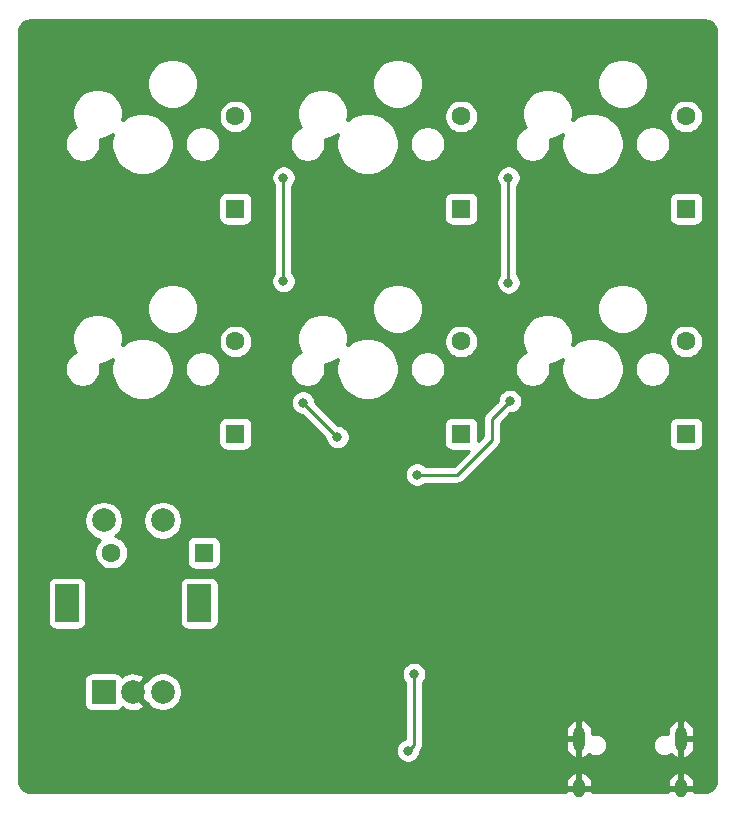
<source format=gbr>
%TF.GenerationSoftware,KiCad,Pcbnew,(5.1.8)-1*%
%TF.CreationDate,2020-11-20T23:41:01-06:00*%
%TF.ProjectId,testpcb,74657374-7063-4622-9e6b-696361645f70,0*%
%TF.SameCoordinates,Original*%
%TF.FileFunction,Copper,L1,Top*%
%TF.FilePolarity,Positive*%
%FSLAX46Y46*%
G04 Gerber Fmt 4.6, Leading zero omitted, Abs format (unit mm)*
G04 Created by KiCad (PCBNEW (5.1.8)-1) date 2020-11-20 23:41:01*
%MOMM*%
%LPD*%
G01*
G04 APERTURE LIST*
%TA.AperFunction,ComponentPad*%
%ADD10O,1.000000X2.100000*%
%TD*%
%TA.AperFunction,ComponentPad*%
%ADD11O,1.000000X1.600000*%
%TD*%
%TA.AperFunction,ComponentPad*%
%ADD12C,1.600000*%
%TD*%
%TA.AperFunction,ComponentPad*%
%ADD13R,1.600000X1.600000*%
%TD*%
%TA.AperFunction,ComponentPad*%
%ADD14R,2.000000X2.000000*%
%TD*%
%TA.AperFunction,ComponentPad*%
%ADD15C,2.000000*%
%TD*%
%TA.AperFunction,ComponentPad*%
%ADD16R,2.000000X3.200000*%
%TD*%
%TA.AperFunction,ViaPad*%
%ADD17C,0.800000*%
%TD*%
%TA.AperFunction,Conductor*%
%ADD18C,0.254000*%
%TD*%
%TA.AperFunction,Conductor*%
%ADD19C,0.100000*%
%TD*%
G04 APERTURE END LIST*
D10*
%TO.P,J1,13*%
%TO.N,GND*%
X102745000Y-83707500D03*
X94105000Y-83707500D03*
D11*
X102745000Y-87887500D03*
X94105000Y-87887500D03*
%TD*%
D12*
%TO.P,D1,2*%
%TO.N,Net-(D1-Pad2)*%
X65024000Y-31025000D03*
D13*
%TO.P,D1,1*%
%TO.N,/row0*%
X65024000Y-38825000D03*
%TD*%
%TO.P,D2,1*%
%TO.N,/row1*%
X65024000Y-57875000D03*
D12*
%TO.P,D2,2*%
%TO.N,Net-(D2-Pad2)*%
X65024000Y-50075000D03*
%TD*%
%TO.P,D3,2*%
%TO.N,Net-(D3-Pad2)*%
X84137500Y-31025000D03*
D13*
%TO.P,D3,1*%
%TO.N,/row0*%
X84137500Y-38825000D03*
%TD*%
%TO.P,D4,1*%
%TO.N,/row1*%
X84137500Y-57875000D03*
D12*
%TO.P,D4,2*%
%TO.N,Net-(D4-Pad2)*%
X84137500Y-50075000D03*
%TD*%
D13*
%TO.P,D5,1*%
%TO.N,/row0*%
X103187500Y-38825000D03*
D12*
%TO.P,D5,2*%
%TO.N,Net-(D5-Pad2)*%
X103187500Y-31025000D03*
%TD*%
D13*
%TO.P,D6,1*%
%TO.N,/row1*%
X103187500Y-57875000D03*
D12*
%TO.P,D6,2*%
%TO.N,Net-(D6-Pad2)*%
X103187500Y-50075000D03*
%TD*%
%TO.P,D7,2*%
%TO.N,Net-(D7-Pad2)*%
X54520000Y-67945000D03*
D13*
%TO.P,D7,1*%
%TO.N,/row2*%
X62320000Y-67945000D03*
%TD*%
D14*
%TO.P,SW2,A*%
%TO.N,/pinA*%
X53856250Y-79731250D03*
D15*
%TO.P,SW2,C*%
%TO.N,GND*%
X56356250Y-79731250D03*
%TO.P,SW2,B*%
%TO.N,/pinB*%
X58856250Y-79731250D03*
D16*
%TO.P,SW2,MP*%
%TO.N,N/C*%
X50756250Y-72231250D03*
X61956250Y-72231250D03*
D15*
%TO.P,SW2,S2*%
%TO.N,/col0*%
X53856250Y-65231250D03*
%TO.P,SW2,S1*%
%TO.N,Net-(D7-Pad2)*%
X58856250Y-65231250D03*
%TD*%
D17*
%TO.N,/col1*%
X69088000Y-36195000D03*
X69088000Y-44958000D03*
X70739000Y-55245000D03*
X73660000Y-58166000D03*
%TO.N,/col2*%
X88138000Y-36195000D03*
X88138000Y-45085000D03*
X88265000Y-55118000D03*
X80391000Y-61341000D03*
%TO.N,Net-(R1-Pad1)*%
X79629000Y-84709000D03*
X80137000Y-78232000D03*
%TD*%
D18*
%TO.N,/col1*%
X69088000Y-36195000D02*
X69088000Y-44958000D01*
X70739000Y-55245000D02*
X73660000Y-58166000D01*
%TO.N,/col2*%
X88138000Y-36195000D02*
X88138000Y-45085000D01*
X88265000Y-55118000D02*
X86741000Y-56642000D01*
X86741000Y-56642000D02*
X86741000Y-58420000D01*
X83820000Y-61341000D02*
X80391000Y-61341000D01*
X86741000Y-58420000D02*
X83820000Y-61341000D01*
%TO.N,Net-(R1-Pad1)*%
X80137000Y-84201000D02*
X80137000Y-78232000D01*
X79629000Y-84709000D02*
X80137000Y-84201000D01*
%TD*%
%TO.N,GND*%
X104954538Y-22905769D02*
X105127237Y-22957910D01*
X105286518Y-23042602D01*
X105426319Y-23156619D01*
X105541308Y-23295617D01*
X105627110Y-23454305D01*
X105680455Y-23626635D01*
X105702500Y-23836380D01*
X105702501Y-87280210D01*
X105681731Y-87492038D01*
X105629591Y-87664736D01*
X105544899Y-87824018D01*
X105430878Y-87963821D01*
X105291885Y-88078806D01*
X105133195Y-88164610D01*
X104960865Y-88217955D01*
X104751119Y-88240000D01*
X103880000Y-88240000D01*
X103880000Y-88014500D01*
X102872000Y-88014500D01*
X102872000Y-88034500D01*
X102618000Y-88034500D01*
X102618000Y-88014500D01*
X101610000Y-88014500D01*
X101610000Y-88240000D01*
X95240000Y-88240000D01*
X95240000Y-88014500D01*
X94232000Y-88014500D01*
X94232000Y-88034500D01*
X93978000Y-88034500D01*
X93978000Y-88014500D01*
X92970000Y-88014500D01*
X92970000Y-88240000D01*
X47657280Y-88240000D01*
X47445462Y-88219231D01*
X47272764Y-88167091D01*
X47113482Y-88082399D01*
X46973679Y-87968378D01*
X46858694Y-87829385D01*
X46772890Y-87670695D01*
X46719545Y-87498365D01*
X46715566Y-87460500D01*
X92970000Y-87460500D01*
X92970000Y-87760500D01*
X93978000Y-87760500D01*
X93978000Y-86619546D01*
X94232000Y-86619546D01*
X94232000Y-87760500D01*
X95240000Y-87760500D01*
X95240000Y-87460500D01*
X101610000Y-87460500D01*
X101610000Y-87760500D01*
X102618000Y-87760500D01*
X102618000Y-86619546D01*
X102872000Y-86619546D01*
X102872000Y-87760500D01*
X103880000Y-87760500D01*
X103880000Y-87460500D01*
X103833415Y-87241513D01*
X103745003Y-87035822D01*
X103618161Y-86851331D01*
X103457764Y-86695131D01*
X103269976Y-86573224D01*
X103046874Y-86493381D01*
X102872000Y-86619546D01*
X102618000Y-86619546D01*
X102443126Y-86493381D01*
X102220024Y-86573224D01*
X102032236Y-86695131D01*
X101871839Y-86851331D01*
X101744997Y-87035822D01*
X101656585Y-87241513D01*
X101610000Y-87460500D01*
X95240000Y-87460500D01*
X95193415Y-87241513D01*
X95105003Y-87035822D01*
X94978161Y-86851331D01*
X94817764Y-86695131D01*
X94629976Y-86573224D01*
X94406874Y-86493381D01*
X94232000Y-86619546D01*
X93978000Y-86619546D01*
X93803126Y-86493381D01*
X93580024Y-86573224D01*
X93392236Y-86695131D01*
X93231839Y-86851331D01*
X93104997Y-87035822D01*
X93016585Y-87241513D01*
X92970000Y-87460500D01*
X46715566Y-87460500D01*
X46697500Y-87288619D01*
X46697500Y-84607061D01*
X78594000Y-84607061D01*
X78594000Y-84810939D01*
X78633774Y-85010898D01*
X78711795Y-85199256D01*
X78825063Y-85368774D01*
X78969226Y-85512937D01*
X79138744Y-85626205D01*
X79327102Y-85704226D01*
X79527061Y-85744000D01*
X79730939Y-85744000D01*
X79930898Y-85704226D01*
X80119256Y-85626205D01*
X80288774Y-85512937D01*
X80432937Y-85368774D01*
X80546205Y-85199256D01*
X80624226Y-85010898D01*
X80664000Y-84810939D01*
X80664000Y-84754258D01*
X80678422Y-84742422D01*
X80773645Y-84626392D01*
X80844402Y-84494015D01*
X80887974Y-84350378D01*
X80899000Y-84238426D01*
X80899000Y-84238417D01*
X80902685Y-84201001D01*
X80899000Y-84163585D01*
X80899000Y-83834500D01*
X92970000Y-83834500D01*
X92970000Y-84384500D01*
X93016585Y-84603487D01*
X93104997Y-84809178D01*
X93231839Y-84993669D01*
X93392236Y-85149869D01*
X93580024Y-85271776D01*
X93803126Y-85351619D01*
X93978000Y-85225454D01*
X93978000Y-83834500D01*
X92970000Y-83834500D01*
X80899000Y-83834500D01*
X80899000Y-83030500D01*
X92970000Y-83030500D01*
X92970000Y-83580500D01*
X93978000Y-83580500D01*
X93978000Y-82189546D01*
X94232000Y-82189546D01*
X94232000Y-83580500D01*
X94252000Y-83580500D01*
X94252000Y-83834500D01*
X94232000Y-83834500D01*
X94232000Y-85225454D01*
X94406874Y-85351619D01*
X94629976Y-85271776D01*
X94817764Y-85149869D01*
X94962116Y-85009294D01*
X95080269Y-85088241D01*
X95254978Y-85160608D01*
X95440448Y-85197500D01*
X95629552Y-85197500D01*
X95815022Y-85160608D01*
X95989731Y-85088241D01*
X96146964Y-84983181D01*
X96280681Y-84849464D01*
X96385741Y-84692231D01*
X96458108Y-84517522D01*
X96495000Y-84332052D01*
X96495000Y-84142948D01*
X100355000Y-84142948D01*
X100355000Y-84332052D01*
X100391892Y-84517522D01*
X100464259Y-84692231D01*
X100569319Y-84849464D01*
X100703036Y-84983181D01*
X100860269Y-85088241D01*
X101034978Y-85160608D01*
X101220448Y-85197500D01*
X101409552Y-85197500D01*
X101595022Y-85160608D01*
X101769731Y-85088241D01*
X101887884Y-85009294D01*
X102032236Y-85149869D01*
X102220024Y-85271776D01*
X102443126Y-85351619D01*
X102618000Y-85225454D01*
X102618000Y-83834500D01*
X102872000Y-83834500D01*
X102872000Y-85225454D01*
X103046874Y-85351619D01*
X103269976Y-85271776D01*
X103457764Y-85149869D01*
X103618161Y-84993669D01*
X103745003Y-84809178D01*
X103833415Y-84603487D01*
X103880000Y-84384500D01*
X103880000Y-83834500D01*
X102872000Y-83834500D01*
X102618000Y-83834500D01*
X102598000Y-83834500D01*
X102598000Y-83580500D01*
X102618000Y-83580500D01*
X102618000Y-82189546D01*
X102872000Y-82189546D01*
X102872000Y-83580500D01*
X103880000Y-83580500D01*
X103880000Y-83030500D01*
X103833415Y-82811513D01*
X103745003Y-82605822D01*
X103618161Y-82421331D01*
X103457764Y-82265131D01*
X103269976Y-82143224D01*
X103046874Y-82063381D01*
X102872000Y-82189546D01*
X102618000Y-82189546D01*
X102443126Y-82063381D01*
X102220024Y-82143224D01*
X102032236Y-82265131D01*
X101871839Y-82421331D01*
X101744997Y-82605822D01*
X101656585Y-82811513D01*
X101610000Y-83030500D01*
X101610000Y-83320596D01*
X101595022Y-83314392D01*
X101409552Y-83277500D01*
X101220448Y-83277500D01*
X101034978Y-83314392D01*
X100860269Y-83386759D01*
X100703036Y-83491819D01*
X100569319Y-83625536D01*
X100464259Y-83782769D01*
X100391892Y-83957478D01*
X100355000Y-84142948D01*
X96495000Y-84142948D01*
X96458108Y-83957478D01*
X96385741Y-83782769D01*
X96280681Y-83625536D01*
X96146964Y-83491819D01*
X95989731Y-83386759D01*
X95815022Y-83314392D01*
X95629552Y-83277500D01*
X95440448Y-83277500D01*
X95254978Y-83314392D01*
X95240000Y-83320596D01*
X95240000Y-83030500D01*
X95193415Y-82811513D01*
X95105003Y-82605822D01*
X94978161Y-82421331D01*
X94817764Y-82265131D01*
X94629976Y-82143224D01*
X94406874Y-82063381D01*
X94232000Y-82189546D01*
X93978000Y-82189546D01*
X93803126Y-82063381D01*
X93580024Y-82143224D01*
X93392236Y-82265131D01*
X93231839Y-82421331D01*
X93104997Y-82605822D01*
X93016585Y-82811513D01*
X92970000Y-83030500D01*
X80899000Y-83030500D01*
X80899000Y-78933711D01*
X80940937Y-78891774D01*
X81054205Y-78722256D01*
X81132226Y-78533898D01*
X81172000Y-78333939D01*
X81172000Y-78130061D01*
X81132226Y-77930102D01*
X81054205Y-77741744D01*
X80940937Y-77572226D01*
X80796774Y-77428063D01*
X80627256Y-77314795D01*
X80438898Y-77236774D01*
X80238939Y-77197000D01*
X80035061Y-77197000D01*
X79835102Y-77236774D01*
X79646744Y-77314795D01*
X79477226Y-77428063D01*
X79333063Y-77572226D01*
X79219795Y-77741744D01*
X79141774Y-77930102D01*
X79102000Y-78130061D01*
X79102000Y-78333939D01*
X79141774Y-78533898D01*
X79219795Y-78722256D01*
X79333063Y-78891774D01*
X79375001Y-78933712D01*
X79375000Y-83704247D01*
X79327102Y-83713774D01*
X79138744Y-83791795D01*
X78969226Y-83905063D01*
X78825063Y-84049226D01*
X78711795Y-84218744D01*
X78633774Y-84407102D01*
X78594000Y-84607061D01*
X46697500Y-84607061D01*
X46697500Y-78731250D01*
X52218178Y-78731250D01*
X52218178Y-80731250D01*
X52230438Y-80855732D01*
X52266748Y-80975430D01*
X52325713Y-81085744D01*
X52405065Y-81182435D01*
X52501756Y-81261787D01*
X52612070Y-81320752D01*
X52731768Y-81357062D01*
X52856250Y-81369322D01*
X54856250Y-81369322D01*
X54980732Y-81357062D01*
X55100430Y-81320752D01*
X55210744Y-81261787D01*
X55307435Y-81182435D01*
X55386787Y-81085744D01*
X55442226Y-80982027D01*
X55496206Y-81131064D01*
X55785821Y-81271954D01*
X56097358Y-81353634D01*
X56418845Y-81372968D01*
X56737925Y-81329211D01*
X57042338Y-81224045D01*
X57216294Y-81131064D01*
X57312058Y-80866663D01*
X56356250Y-79910855D01*
X56342108Y-79924998D01*
X56162503Y-79745393D01*
X56176645Y-79731250D01*
X56535855Y-79731250D01*
X57491663Y-80687058D01*
X57521325Y-80676315D01*
X57586263Y-80773502D01*
X57813998Y-81001237D01*
X58081787Y-81180168D01*
X58379338Y-81303418D01*
X58695217Y-81366250D01*
X59017283Y-81366250D01*
X59333162Y-81303418D01*
X59630713Y-81180168D01*
X59898502Y-81001237D01*
X60126237Y-80773502D01*
X60305168Y-80505713D01*
X60428418Y-80208162D01*
X60491250Y-79892283D01*
X60491250Y-79570217D01*
X60428418Y-79254338D01*
X60305168Y-78956787D01*
X60126237Y-78688998D01*
X59898502Y-78461263D01*
X59630713Y-78282332D01*
X59333162Y-78159082D01*
X59017283Y-78096250D01*
X58695217Y-78096250D01*
X58379338Y-78159082D01*
X58081787Y-78282332D01*
X57813998Y-78461263D01*
X57586263Y-78688998D01*
X57521325Y-78786185D01*
X57491663Y-78775442D01*
X56535855Y-79731250D01*
X56176645Y-79731250D01*
X56162503Y-79717108D01*
X56342108Y-79537503D01*
X56356250Y-79551645D01*
X57312058Y-78595837D01*
X57216294Y-78331436D01*
X56926679Y-78190546D01*
X56615142Y-78108866D01*
X56293655Y-78089532D01*
X55974575Y-78133289D01*
X55670162Y-78238455D01*
X55496206Y-78331436D01*
X55442226Y-78480473D01*
X55386787Y-78376756D01*
X55307435Y-78280065D01*
X55210744Y-78200713D01*
X55100430Y-78141748D01*
X54980732Y-78105438D01*
X54856250Y-78093178D01*
X52856250Y-78093178D01*
X52731768Y-78105438D01*
X52612070Y-78141748D01*
X52501756Y-78200713D01*
X52405065Y-78280065D01*
X52325713Y-78376756D01*
X52266748Y-78487070D01*
X52230438Y-78606768D01*
X52218178Y-78731250D01*
X46697500Y-78731250D01*
X46697500Y-70631250D01*
X49118178Y-70631250D01*
X49118178Y-73831250D01*
X49130438Y-73955732D01*
X49166748Y-74075430D01*
X49225713Y-74185744D01*
X49305065Y-74282435D01*
X49401756Y-74361787D01*
X49512070Y-74420752D01*
X49631768Y-74457062D01*
X49756250Y-74469322D01*
X51756250Y-74469322D01*
X51880732Y-74457062D01*
X52000430Y-74420752D01*
X52110744Y-74361787D01*
X52207435Y-74282435D01*
X52286787Y-74185744D01*
X52345752Y-74075430D01*
X52382062Y-73955732D01*
X52394322Y-73831250D01*
X52394322Y-70631250D01*
X60318178Y-70631250D01*
X60318178Y-73831250D01*
X60330438Y-73955732D01*
X60366748Y-74075430D01*
X60425713Y-74185744D01*
X60505065Y-74282435D01*
X60601756Y-74361787D01*
X60712070Y-74420752D01*
X60831768Y-74457062D01*
X60956250Y-74469322D01*
X62956250Y-74469322D01*
X63080732Y-74457062D01*
X63200430Y-74420752D01*
X63310744Y-74361787D01*
X63407435Y-74282435D01*
X63486787Y-74185744D01*
X63545752Y-74075430D01*
X63582062Y-73955732D01*
X63594322Y-73831250D01*
X63594322Y-70631250D01*
X63582062Y-70506768D01*
X63545752Y-70387070D01*
X63486787Y-70276756D01*
X63407435Y-70180065D01*
X63310744Y-70100713D01*
X63200430Y-70041748D01*
X63080732Y-70005438D01*
X62956250Y-69993178D01*
X60956250Y-69993178D01*
X60831768Y-70005438D01*
X60712070Y-70041748D01*
X60601756Y-70100713D01*
X60505065Y-70180065D01*
X60425713Y-70276756D01*
X60366748Y-70387070D01*
X60330438Y-70506768D01*
X60318178Y-70631250D01*
X52394322Y-70631250D01*
X52382062Y-70506768D01*
X52345752Y-70387070D01*
X52286787Y-70276756D01*
X52207435Y-70180065D01*
X52110744Y-70100713D01*
X52000430Y-70041748D01*
X51880732Y-70005438D01*
X51756250Y-69993178D01*
X49756250Y-69993178D01*
X49631768Y-70005438D01*
X49512070Y-70041748D01*
X49401756Y-70100713D01*
X49305065Y-70180065D01*
X49225713Y-70276756D01*
X49166748Y-70387070D01*
X49130438Y-70506768D01*
X49118178Y-70631250D01*
X46697500Y-70631250D01*
X46697500Y-65070217D01*
X52221250Y-65070217D01*
X52221250Y-65392283D01*
X52284082Y-65708162D01*
X52407332Y-66005713D01*
X52586263Y-66273502D01*
X52813998Y-66501237D01*
X53081787Y-66680168D01*
X53379338Y-66803418D01*
X53590236Y-66845368D01*
X53405363Y-67030241D01*
X53248320Y-67265273D01*
X53140147Y-67526426D01*
X53085000Y-67803665D01*
X53085000Y-68086335D01*
X53140147Y-68363574D01*
X53248320Y-68624727D01*
X53405363Y-68859759D01*
X53605241Y-69059637D01*
X53840273Y-69216680D01*
X54101426Y-69324853D01*
X54378665Y-69380000D01*
X54661335Y-69380000D01*
X54938574Y-69324853D01*
X55199727Y-69216680D01*
X55434759Y-69059637D01*
X55634637Y-68859759D01*
X55791680Y-68624727D01*
X55899853Y-68363574D01*
X55955000Y-68086335D01*
X55955000Y-67803665D01*
X55899853Y-67526426D01*
X55791680Y-67265273D01*
X55711317Y-67145000D01*
X60881928Y-67145000D01*
X60881928Y-68745000D01*
X60894188Y-68869482D01*
X60930498Y-68989180D01*
X60989463Y-69099494D01*
X61068815Y-69196185D01*
X61165506Y-69275537D01*
X61275820Y-69334502D01*
X61395518Y-69370812D01*
X61520000Y-69383072D01*
X63120000Y-69383072D01*
X63244482Y-69370812D01*
X63364180Y-69334502D01*
X63474494Y-69275537D01*
X63571185Y-69196185D01*
X63650537Y-69099494D01*
X63709502Y-68989180D01*
X63745812Y-68869482D01*
X63758072Y-68745000D01*
X63758072Y-67145000D01*
X63745812Y-67020518D01*
X63709502Y-66900820D01*
X63650537Y-66790506D01*
X63571185Y-66693815D01*
X63474494Y-66614463D01*
X63364180Y-66555498D01*
X63244482Y-66519188D01*
X63120000Y-66506928D01*
X61520000Y-66506928D01*
X61395518Y-66519188D01*
X61275820Y-66555498D01*
X61165506Y-66614463D01*
X61068815Y-66693815D01*
X60989463Y-66790506D01*
X60930498Y-66900820D01*
X60894188Y-67020518D01*
X60881928Y-67145000D01*
X55711317Y-67145000D01*
X55634637Y-67030241D01*
X55434759Y-66830363D01*
X55199727Y-66673320D01*
X54938574Y-66565147D01*
X54833989Y-66544343D01*
X54898502Y-66501237D01*
X55126237Y-66273502D01*
X55305168Y-66005713D01*
X55428418Y-65708162D01*
X55491250Y-65392283D01*
X55491250Y-65070217D01*
X57221250Y-65070217D01*
X57221250Y-65392283D01*
X57284082Y-65708162D01*
X57407332Y-66005713D01*
X57586263Y-66273502D01*
X57813998Y-66501237D01*
X58081787Y-66680168D01*
X58379338Y-66803418D01*
X58695217Y-66866250D01*
X59017283Y-66866250D01*
X59333162Y-66803418D01*
X59630713Y-66680168D01*
X59898502Y-66501237D01*
X60126237Y-66273502D01*
X60305168Y-66005713D01*
X60428418Y-65708162D01*
X60491250Y-65392283D01*
X60491250Y-65070217D01*
X60428418Y-64754338D01*
X60305168Y-64456787D01*
X60126237Y-64188998D01*
X59898502Y-63961263D01*
X59630713Y-63782332D01*
X59333162Y-63659082D01*
X59017283Y-63596250D01*
X58695217Y-63596250D01*
X58379338Y-63659082D01*
X58081787Y-63782332D01*
X57813998Y-63961263D01*
X57586263Y-64188998D01*
X57407332Y-64456787D01*
X57284082Y-64754338D01*
X57221250Y-65070217D01*
X55491250Y-65070217D01*
X55428418Y-64754338D01*
X55305168Y-64456787D01*
X55126237Y-64188998D01*
X54898502Y-63961263D01*
X54630713Y-63782332D01*
X54333162Y-63659082D01*
X54017283Y-63596250D01*
X53695217Y-63596250D01*
X53379338Y-63659082D01*
X53081787Y-63782332D01*
X52813998Y-63961263D01*
X52586263Y-64188998D01*
X52407332Y-64456787D01*
X52284082Y-64754338D01*
X52221250Y-65070217D01*
X46697500Y-65070217D01*
X46697500Y-61239061D01*
X79356000Y-61239061D01*
X79356000Y-61442939D01*
X79395774Y-61642898D01*
X79473795Y-61831256D01*
X79587063Y-62000774D01*
X79731226Y-62144937D01*
X79900744Y-62258205D01*
X80089102Y-62336226D01*
X80289061Y-62376000D01*
X80492939Y-62376000D01*
X80692898Y-62336226D01*
X80881256Y-62258205D01*
X81050774Y-62144937D01*
X81092711Y-62103000D01*
X83782577Y-62103000D01*
X83820000Y-62106686D01*
X83857423Y-62103000D01*
X83857426Y-62103000D01*
X83969378Y-62091974D01*
X84113015Y-62048402D01*
X84245392Y-61977645D01*
X84361422Y-61882422D01*
X84385284Y-61853346D01*
X87253352Y-58985279D01*
X87282422Y-58961422D01*
X87354659Y-58873401D01*
X87377645Y-58845393D01*
X87415465Y-58774636D01*
X87448402Y-58713015D01*
X87491974Y-58569378D01*
X87503000Y-58457426D01*
X87503000Y-58457423D01*
X87506686Y-58420000D01*
X87503000Y-58382577D01*
X87503000Y-57075000D01*
X101749428Y-57075000D01*
X101749428Y-58675000D01*
X101761688Y-58799482D01*
X101797998Y-58919180D01*
X101856963Y-59029494D01*
X101936315Y-59126185D01*
X102033006Y-59205537D01*
X102143320Y-59264502D01*
X102263018Y-59300812D01*
X102387500Y-59313072D01*
X103987500Y-59313072D01*
X104111982Y-59300812D01*
X104231680Y-59264502D01*
X104341994Y-59205537D01*
X104438685Y-59126185D01*
X104518037Y-59029494D01*
X104577002Y-58919180D01*
X104613312Y-58799482D01*
X104625572Y-58675000D01*
X104625572Y-57075000D01*
X104613312Y-56950518D01*
X104577002Y-56830820D01*
X104518037Y-56720506D01*
X104438685Y-56623815D01*
X104341994Y-56544463D01*
X104231680Y-56485498D01*
X104111982Y-56449188D01*
X103987500Y-56436928D01*
X102387500Y-56436928D01*
X102263018Y-56449188D01*
X102143320Y-56485498D01*
X102033006Y-56544463D01*
X101936315Y-56623815D01*
X101856963Y-56720506D01*
X101797998Y-56830820D01*
X101761688Y-56950518D01*
X101749428Y-57075000D01*
X87503000Y-57075000D01*
X87503000Y-56957630D01*
X88307631Y-56153000D01*
X88366939Y-56153000D01*
X88566898Y-56113226D01*
X88755256Y-56035205D01*
X88924774Y-55921937D01*
X89068937Y-55777774D01*
X89182205Y-55608256D01*
X89260226Y-55419898D01*
X89300000Y-55219939D01*
X89300000Y-55016061D01*
X89260226Y-54816102D01*
X89182205Y-54627744D01*
X89068937Y-54458226D01*
X88924774Y-54314063D01*
X88755256Y-54200795D01*
X88566898Y-54122774D01*
X88366939Y-54083000D01*
X88163061Y-54083000D01*
X87963102Y-54122774D01*
X87774744Y-54200795D01*
X87605226Y-54314063D01*
X87461063Y-54458226D01*
X87347795Y-54627744D01*
X87269774Y-54816102D01*
X87230000Y-55016061D01*
X87230000Y-55075369D01*
X86228654Y-56076716D01*
X86199578Y-56100578D01*
X86156557Y-56153000D01*
X86104355Y-56216608D01*
X86091731Y-56240226D01*
X86033598Y-56348986D01*
X85990026Y-56492623D01*
X85979000Y-56604574D01*
X85975314Y-56642000D01*
X85979000Y-56679424D01*
X85979001Y-58104368D01*
X85575572Y-58507797D01*
X85575572Y-57075000D01*
X85563312Y-56950518D01*
X85527002Y-56830820D01*
X85468037Y-56720506D01*
X85388685Y-56623815D01*
X85291994Y-56544463D01*
X85181680Y-56485498D01*
X85061982Y-56449188D01*
X84937500Y-56436928D01*
X83337500Y-56436928D01*
X83213018Y-56449188D01*
X83093320Y-56485498D01*
X82983006Y-56544463D01*
X82886315Y-56623815D01*
X82806963Y-56720506D01*
X82747998Y-56830820D01*
X82711688Y-56950518D01*
X82699428Y-57075000D01*
X82699428Y-58675000D01*
X82711688Y-58799482D01*
X82747998Y-58919180D01*
X82806963Y-59029494D01*
X82886315Y-59126185D01*
X82983006Y-59205537D01*
X83093320Y-59264502D01*
X83213018Y-59300812D01*
X83337500Y-59313072D01*
X84770297Y-59313072D01*
X83504370Y-60579000D01*
X81092711Y-60579000D01*
X81050774Y-60537063D01*
X80881256Y-60423795D01*
X80692898Y-60345774D01*
X80492939Y-60306000D01*
X80289061Y-60306000D01*
X80089102Y-60345774D01*
X79900744Y-60423795D01*
X79731226Y-60537063D01*
X79587063Y-60681226D01*
X79473795Y-60850744D01*
X79395774Y-61039102D01*
X79356000Y-61239061D01*
X46697500Y-61239061D01*
X46697500Y-57075000D01*
X63585928Y-57075000D01*
X63585928Y-58675000D01*
X63598188Y-58799482D01*
X63634498Y-58919180D01*
X63693463Y-59029494D01*
X63772815Y-59126185D01*
X63869506Y-59205537D01*
X63979820Y-59264502D01*
X64099518Y-59300812D01*
X64224000Y-59313072D01*
X65824000Y-59313072D01*
X65948482Y-59300812D01*
X66068180Y-59264502D01*
X66178494Y-59205537D01*
X66275185Y-59126185D01*
X66354537Y-59029494D01*
X66413502Y-58919180D01*
X66449812Y-58799482D01*
X66462072Y-58675000D01*
X66462072Y-57075000D01*
X66449812Y-56950518D01*
X66413502Y-56830820D01*
X66354537Y-56720506D01*
X66275185Y-56623815D01*
X66178494Y-56544463D01*
X66068180Y-56485498D01*
X65948482Y-56449188D01*
X65824000Y-56436928D01*
X64224000Y-56436928D01*
X64099518Y-56449188D01*
X63979820Y-56485498D01*
X63869506Y-56544463D01*
X63772815Y-56623815D01*
X63693463Y-56720506D01*
X63634498Y-56830820D01*
X63598188Y-56950518D01*
X63585928Y-57075000D01*
X46697500Y-57075000D01*
X46697500Y-55143061D01*
X69704000Y-55143061D01*
X69704000Y-55346939D01*
X69743774Y-55546898D01*
X69821795Y-55735256D01*
X69935063Y-55904774D01*
X70079226Y-56048937D01*
X70248744Y-56162205D01*
X70437102Y-56240226D01*
X70637061Y-56280000D01*
X70696370Y-56280000D01*
X72625000Y-58208631D01*
X72625000Y-58267939D01*
X72664774Y-58467898D01*
X72742795Y-58656256D01*
X72856063Y-58825774D01*
X73000226Y-58969937D01*
X73169744Y-59083205D01*
X73358102Y-59161226D01*
X73558061Y-59201000D01*
X73761939Y-59201000D01*
X73961898Y-59161226D01*
X74150256Y-59083205D01*
X74319774Y-58969937D01*
X74463937Y-58825774D01*
X74577205Y-58656256D01*
X74655226Y-58467898D01*
X74695000Y-58267939D01*
X74695000Y-58064061D01*
X74655226Y-57864102D01*
X74577205Y-57675744D01*
X74463937Y-57506226D01*
X74319774Y-57362063D01*
X74150256Y-57248795D01*
X73961898Y-57170774D01*
X73761939Y-57131000D01*
X73702631Y-57131000D01*
X71774000Y-55202370D01*
X71774000Y-55143061D01*
X71734226Y-54943102D01*
X71656205Y-54754744D01*
X71542937Y-54585226D01*
X71398774Y-54441063D01*
X71229256Y-54327795D01*
X71040898Y-54249774D01*
X70840939Y-54210000D01*
X70637061Y-54210000D01*
X70437102Y-54249774D01*
X70248744Y-54327795D01*
X70079226Y-54441063D01*
X69935063Y-54585226D01*
X69821795Y-54754744D01*
X69743774Y-54943102D01*
X69704000Y-55143061D01*
X46697500Y-55143061D01*
X46697500Y-52238778D01*
X50560000Y-52238778D01*
X50560000Y-52536222D01*
X50618029Y-52827951D01*
X50731856Y-53102753D01*
X50897107Y-53350069D01*
X51107431Y-53560393D01*
X51354747Y-53725644D01*
X51629549Y-53839471D01*
X51921278Y-53897500D01*
X52218722Y-53897500D01*
X52510451Y-53839471D01*
X52785253Y-53725644D01*
X53032569Y-53560393D01*
X53242893Y-53350069D01*
X53408144Y-53102753D01*
X53521971Y-52827951D01*
X53580000Y-52536222D01*
X53580000Y-52238778D01*
X53529023Y-51982500D01*
X53550279Y-51982500D01*
X53962756Y-51900453D01*
X54351302Y-51739512D01*
X54657708Y-51534779D01*
X54622127Y-51620678D01*
X54521100Y-52128576D01*
X54521100Y-52646424D01*
X54622127Y-53154322D01*
X54820299Y-53632751D01*
X55108000Y-54063326D01*
X55474174Y-54429500D01*
X55904749Y-54717201D01*
X56383178Y-54915373D01*
X56891076Y-55016400D01*
X57408924Y-55016400D01*
X57916822Y-54915373D01*
X58395251Y-54717201D01*
X58825826Y-54429500D01*
X59192000Y-54063326D01*
X59479701Y-53632751D01*
X59677873Y-53154322D01*
X59778900Y-52646424D01*
X59778900Y-52238778D01*
X60720000Y-52238778D01*
X60720000Y-52536222D01*
X60778029Y-52827951D01*
X60891856Y-53102753D01*
X61057107Y-53350069D01*
X61267431Y-53560393D01*
X61514747Y-53725644D01*
X61789549Y-53839471D01*
X62081278Y-53897500D01*
X62378722Y-53897500D01*
X62670451Y-53839471D01*
X62945253Y-53725644D01*
X63192569Y-53560393D01*
X63402893Y-53350069D01*
X63568144Y-53102753D01*
X63681971Y-52827951D01*
X63740000Y-52536222D01*
X63740000Y-52238778D01*
X69610000Y-52238778D01*
X69610000Y-52536222D01*
X69668029Y-52827951D01*
X69781856Y-53102753D01*
X69947107Y-53350069D01*
X70157431Y-53560393D01*
X70404747Y-53725644D01*
X70679549Y-53839471D01*
X70971278Y-53897500D01*
X71268722Y-53897500D01*
X71560451Y-53839471D01*
X71835253Y-53725644D01*
X72082569Y-53560393D01*
X72292893Y-53350069D01*
X72458144Y-53102753D01*
X72571971Y-52827951D01*
X72630000Y-52536222D01*
X72630000Y-52238778D01*
X72579023Y-51982500D01*
X72600279Y-51982500D01*
X73012756Y-51900453D01*
X73401302Y-51739512D01*
X73707708Y-51534779D01*
X73672127Y-51620678D01*
X73571100Y-52128576D01*
X73571100Y-52646424D01*
X73672127Y-53154322D01*
X73870299Y-53632751D01*
X74158000Y-54063326D01*
X74524174Y-54429500D01*
X74954749Y-54717201D01*
X75433178Y-54915373D01*
X75941076Y-55016400D01*
X76458924Y-55016400D01*
X76966822Y-54915373D01*
X77445251Y-54717201D01*
X77875826Y-54429500D01*
X78242000Y-54063326D01*
X78529701Y-53632751D01*
X78727873Y-53154322D01*
X78828900Y-52646424D01*
X78828900Y-52238778D01*
X79770000Y-52238778D01*
X79770000Y-52536222D01*
X79828029Y-52827951D01*
X79941856Y-53102753D01*
X80107107Y-53350069D01*
X80317431Y-53560393D01*
X80564747Y-53725644D01*
X80839549Y-53839471D01*
X81131278Y-53897500D01*
X81428722Y-53897500D01*
X81720451Y-53839471D01*
X81995253Y-53725644D01*
X82242569Y-53560393D01*
X82452893Y-53350069D01*
X82618144Y-53102753D01*
X82731971Y-52827951D01*
X82790000Y-52536222D01*
X82790000Y-52238778D01*
X88660000Y-52238778D01*
X88660000Y-52536222D01*
X88718029Y-52827951D01*
X88831856Y-53102753D01*
X88997107Y-53350069D01*
X89207431Y-53560393D01*
X89454747Y-53725644D01*
X89729549Y-53839471D01*
X90021278Y-53897500D01*
X90318722Y-53897500D01*
X90610451Y-53839471D01*
X90885253Y-53725644D01*
X91132569Y-53560393D01*
X91342893Y-53350069D01*
X91508144Y-53102753D01*
X91621971Y-52827951D01*
X91680000Y-52536222D01*
X91680000Y-52238778D01*
X91629023Y-51982500D01*
X91650279Y-51982500D01*
X92062756Y-51900453D01*
X92451302Y-51739512D01*
X92757708Y-51534779D01*
X92722127Y-51620678D01*
X92621100Y-52128576D01*
X92621100Y-52646424D01*
X92722127Y-53154322D01*
X92920299Y-53632751D01*
X93208000Y-54063326D01*
X93574174Y-54429500D01*
X94004749Y-54717201D01*
X94483178Y-54915373D01*
X94991076Y-55016400D01*
X95508924Y-55016400D01*
X96016822Y-54915373D01*
X96495251Y-54717201D01*
X96925826Y-54429500D01*
X97292000Y-54063326D01*
X97579701Y-53632751D01*
X97777873Y-53154322D01*
X97878900Y-52646424D01*
X97878900Y-52238778D01*
X98820000Y-52238778D01*
X98820000Y-52536222D01*
X98878029Y-52827951D01*
X98991856Y-53102753D01*
X99157107Y-53350069D01*
X99367431Y-53560393D01*
X99614747Y-53725644D01*
X99889549Y-53839471D01*
X100181278Y-53897500D01*
X100478722Y-53897500D01*
X100770451Y-53839471D01*
X101045253Y-53725644D01*
X101292569Y-53560393D01*
X101502893Y-53350069D01*
X101668144Y-53102753D01*
X101781971Y-52827951D01*
X101840000Y-52536222D01*
X101840000Y-52238778D01*
X101781971Y-51947049D01*
X101668144Y-51672247D01*
X101502893Y-51424931D01*
X101292569Y-51214607D01*
X101045253Y-51049356D01*
X100770451Y-50935529D01*
X100478722Y-50877500D01*
X100181278Y-50877500D01*
X99889549Y-50935529D01*
X99614747Y-51049356D01*
X99367431Y-51214607D01*
X99157107Y-51424931D01*
X98991856Y-51672247D01*
X98878029Y-51947049D01*
X98820000Y-52238778D01*
X97878900Y-52238778D01*
X97878900Y-52128576D01*
X97777873Y-51620678D01*
X97579701Y-51142249D01*
X97292000Y-50711674D01*
X96925826Y-50345500D01*
X96495251Y-50057799D01*
X96195566Y-49933665D01*
X101752500Y-49933665D01*
X101752500Y-50216335D01*
X101807647Y-50493574D01*
X101915820Y-50754727D01*
X102072863Y-50989759D01*
X102272741Y-51189637D01*
X102507773Y-51346680D01*
X102768926Y-51454853D01*
X103046165Y-51510000D01*
X103328835Y-51510000D01*
X103606074Y-51454853D01*
X103867227Y-51346680D01*
X104102259Y-51189637D01*
X104302137Y-50989759D01*
X104459180Y-50754727D01*
X104567353Y-50493574D01*
X104622500Y-50216335D01*
X104622500Y-49933665D01*
X104567353Y-49656426D01*
X104459180Y-49395273D01*
X104302137Y-49160241D01*
X104102259Y-48960363D01*
X103867227Y-48803320D01*
X103606074Y-48695147D01*
X103328835Y-48640000D01*
X103046165Y-48640000D01*
X102768926Y-48695147D01*
X102507773Y-48803320D01*
X102272741Y-48960363D01*
X102072863Y-49160241D01*
X101915820Y-49395273D01*
X101807647Y-49656426D01*
X101752500Y-49933665D01*
X96195566Y-49933665D01*
X96016822Y-49859627D01*
X95508924Y-49758600D01*
X94991076Y-49758600D01*
X94483178Y-49859627D01*
X94004749Y-50057799D01*
X93574174Y-50345500D01*
X93503763Y-50415911D01*
X93575000Y-50057779D01*
X93575000Y-49637221D01*
X93492953Y-49224744D01*
X93332012Y-48836198D01*
X93098363Y-48486517D01*
X92800983Y-48189137D01*
X92451302Y-47955488D01*
X92062756Y-47794547D01*
X91650279Y-47712500D01*
X91229721Y-47712500D01*
X90817244Y-47794547D01*
X90428698Y-47955488D01*
X90079017Y-48189137D01*
X89781637Y-48486517D01*
X89547988Y-48836198D01*
X89387047Y-49224744D01*
X89305000Y-49637221D01*
X89305000Y-50057779D01*
X89387047Y-50470256D01*
X89547988Y-50858802D01*
X89627499Y-50977799D01*
X89454747Y-51049356D01*
X89207431Y-51214607D01*
X88997107Y-51424931D01*
X88831856Y-51672247D01*
X88718029Y-51947049D01*
X88660000Y-52238778D01*
X82790000Y-52238778D01*
X82731971Y-51947049D01*
X82618144Y-51672247D01*
X82452893Y-51424931D01*
X82242569Y-51214607D01*
X81995253Y-51049356D01*
X81720451Y-50935529D01*
X81428722Y-50877500D01*
X81131278Y-50877500D01*
X80839549Y-50935529D01*
X80564747Y-51049356D01*
X80317431Y-51214607D01*
X80107107Y-51424931D01*
X79941856Y-51672247D01*
X79828029Y-51947049D01*
X79770000Y-52238778D01*
X78828900Y-52238778D01*
X78828900Y-52128576D01*
X78727873Y-51620678D01*
X78529701Y-51142249D01*
X78242000Y-50711674D01*
X77875826Y-50345500D01*
X77445251Y-50057799D01*
X77145566Y-49933665D01*
X82702500Y-49933665D01*
X82702500Y-50216335D01*
X82757647Y-50493574D01*
X82865820Y-50754727D01*
X83022863Y-50989759D01*
X83222741Y-51189637D01*
X83457773Y-51346680D01*
X83718926Y-51454853D01*
X83996165Y-51510000D01*
X84278835Y-51510000D01*
X84556074Y-51454853D01*
X84817227Y-51346680D01*
X85052259Y-51189637D01*
X85252137Y-50989759D01*
X85409180Y-50754727D01*
X85517353Y-50493574D01*
X85572500Y-50216335D01*
X85572500Y-49933665D01*
X85517353Y-49656426D01*
X85409180Y-49395273D01*
X85252137Y-49160241D01*
X85052259Y-48960363D01*
X84817227Y-48803320D01*
X84556074Y-48695147D01*
X84278835Y-48640000D01*
X83996165Y-48640000D01*
X83718926Y-48695147D01*
X83457773Y-48803320D01*
X83222741Y-48960363D01*
X83022863Y-49160241D01*
X82865820Y-49395273D01*
X82757647Y-49656426D01*
X82702500Y-49933665D01*
X77145566Y-49933665D01*
X76966822Y-49859627D01*
X76458924Y-49758600D01*
X75941076Y-49758600D01*
X75433178Y-49859627D01*
X74954749Y-50057799D01*
X74524174Y-50345500D01*
X74453763Y-50415911D01*
X74525000Y-50057779D01*
X74525000Y-49637221D01*
X74442953Y-49224744D01*
X74282012Y-48836198D01*
X74048363Y-48486517D01*
X73750983Y-48189137D01*
X73401302Y-47955488D01*
X73012756Y-47794547D01*
X72600279Y-47712500D01*
X72179721Y-47712500D01*
X71767244Y-47794547D01*
X71378698Y-47955488D01*
X71029017Y-48189137D01*
X70731637Y-48486517D01*
X70497988Y-48836198D01*
X70337047Y-49224744D01*
X70255000Y-49637221D01*
X70255000Y-50057779D01*
X70337047Y-50470256D01*
X70497988Y-50858802D01*
X70577499Y-50977799D01*
X70404747Y-51049356D01*
X70157431Y-51214607D01*
X69947107Y-51424931D01*
X69781856Y-51672247D01*
X69668029Y-51947049D01*
X69610000Y-52238778D01*
X63740000Y-52238778D01*
X63681971Y-51947049D01*
X63568144Y-51672247D01*
X63402893Y-51424931D01*
X63192569Y-51214607D01*
X62945253Y-51049356D01*
X62670451Y-50935529D01*
X62378722Y-50877500D01*
X62081278Y-50877500D01*
X61789549Y-50935529D01*
X61514747Y-51049356D01*
X61267431Y-51214607D01*
X61057107Y-51424931D01*
X60891856Y-51672247D01*
X60778029Y-51947049D01*
X60720000Y-52238778D01*
X59778900Y-52238778D01*
X59778900Y-52128576D01*
X59677873Y-51620678D01*
X59479701Y-51142249D01*
X59192000Y-50711674D01*
X58825826Y-50345500D01*
X58395251Y-50057799D01*
X58095566Y-49933665D01*
X63589000Y-49933665D01*
X63589000Y-50216335D01*
X63644147Y-50493574D01*
X63752320Y-50754727D01*
X63909363Y-50989759D01*
X64109241Y-51189637D01*
X64344273Y-51346680D01*
X64605426Y-51454853D01*
X64882665Y-51510000D01*
X65165335Y-51510000D01*
X65442574Y-51454853D01*
X65703727Y-51346680D01*
X65938759Y-51189637D01*
X66138637Y-50989759D01*
X66295680Y-50754727D01*
X66403853Y-50493574D01*
X66459000Y-50216335D01*
X66459000Y-49933665D01*
X66403853Y-49656426D01*
X66295680Y-49395273D01*
X66138637Y-49160241D01*
X65938759Y-48960363D01*
X65703727Y-48803320D01*
X65442574Y-48695147D01*
X65165335Y-48640000D01*
X64882665Y-48640000D01*
X64605426Y-48695147D01*
X64344273Y-48803320D01*
X64109241Y-48960363D01*
X63909363Y-49160241D01*
X63752320Y-49395273D01*
X63644147Y-49656426D01*
X63589000Y-49933665D01*
X58095566Y-49933665D01*
X57916822Y-49859627D01*
X57408924Y-49758600D01*
X56891076Y-49758600D01*
X56383178Y-49859627D01*
X55904749Y-50057799D01*
X55474174Y-50345500D01*
X55403763Y-50415911D01*
X55475000Y-50057779D01*
X55475000Y-49637221D01*
X55392953Y-49224744D01*
X55232012Y-48836198D01*
X54998363Y-48486517D01*
X54700983Y-48189137D01*
X54351302Y-47955488D01*
X53962756Y-47794547D01*
X53550279Y-47712500D01*
X53129721Y-47712500D01*
X52717244Y-47794547D01*
X52328698Y-47955488D01*
X51979017Y-48189137D01*
X51681637Y-48486517D01*
X51447988Y-48836198D01*
X51287047Y-49224744D01*
X51205000Y-49637221D01*
X51205000Y-50057779D01*
X51287047Y-50470256D01*
X51447988Y-50858802D01*
X51527499Y-50977799D01*
X51354747Y-51049356D01*
X51107431Y-51214607D01*
X50897107Y-51424931D01*
X50731856Y-51672247D01*
X50618029Y-51947049D01*
X50560000Y-52238778D01*
X46697500Y-52238778D01*
X46697500Y-47097221D01*
X57555000Y-47097221D01*
X57555000Y-47517779D01*
X57637047Y-47930256D01*
X57797988Y-48318802D01*
X58031637Y-48668483D01*
X58329017Y-48965863D01*
X58678698Y-49199512D01*
X59067244Y-49360453D01*
X59479721Y-49442500D01*
X59900279Y-49442500D01*
X60312756Y-49360453D01*
X60701302Y-49199512D01*
X61050983Y-48965863D01*
X61348363Y-48668483D01*
X61582012Y-48318802D01*
X61742953Y-47930256D01*
X61825000Y-47517779D01*
X61825000Y-47097221D01*
X76605000Y-47097221D01*
X76605000Y-47517779D01*
X76687047Y-47930256D01*
X76847988Y-48318802D01*
X77081637Y-48668483D01*
X77379017Y-48965863D01*
X77728698Y-49199512D01*
X78117244Y-49360453D01*
X78529721Y-49442500D01*
X78950279Y-49442500D01*
X79362756Y-49360453D01*
X79751302Y-49199512D01*
X80100983Y-48965863D01*
X80398363Y-48668483D01*
X80632012Y-48318802D01*
X80792953Y-47930256D01*
X80875000Y-47517779D01*
X80875000Y-47097221D01*
X95655000Y-47097221D01*
X95655000Y-47517779D01*
X95737047Y-47930256D01*
X95897988Y-48318802D01*
X96131637Y-48668483D01*
X96429017Y-48965863D01*
X96778698Y-49199512D01*
X97167244Y-49360453D01*
X97579721Y-49442500D01*
X98000279Y-49442500D01*
X98412756Y-49360453D01*
X98801302Y-49199512D01*
X99150983Y-48965863D01*
X99448363Y-48668483D01*
X99682012Y-48318802D01*
X99842953Y-47930256D01*
X99925000Y-47517779D01*
X99925000Y-47097221D01*
X99842953Y-46684744D01*
X99682012Y-46296198D01*
X99448363Y-45946517D01*
X99150983Y-45649137D01*
X98801302Y-45415488D01*
X98412756Y-45254547D01*
X98000279Y-45172500D01*
X97579721Y-45172500D01*
X97167244Y-45254547D01*
X96778698Y-45415488D01*
X96429017Y-45649137D01*
X96131637Y-45946517D01*
X95897988Y-46296198D01*
X95737047Y-46684744D01*
X95655000Y-47097221D01*
X80875000Y-47097221D01*
X80792953Y-46684744D01*
X80632012Y-46296198D01*
X80398363Y-45946517D01*
X80100983Y-45649137D01*
X79751302Y-45415488D01*
X79362756Y-45254547D01*
X78950279Y-45172500D01*
X78529721Y-45172500D01*
X78117244Y-45254547D01*
X77728698Y-45415488D01*
X77379017Y-45649137D01*
X77081637Y-45946517D01*
X76847988Y-46296198D01*
X76687047Y-46684744D01*
X76605000Y-47097221D01*
X61825000Y-47097221D01*
X61742953Y-46684744D01*
X61582012Y-46296198D01*
X61348363Y-45946517D01*
X61050983Y-45649137D01*
X60701302Y-45415488D01*
X60312756Y-45254547D01*
X59900279Y-45172500D01*
X59479721Y-45172500D01*
X59067244Y-45254547D01*
X58678698Y-45415488D01*
X58329017Y-45649137D01*
X58031637Y-45946517D01*
X57797988Y-46296198D01*
X57637047Y-46684744D01*
X57555000Y-47097221D01*
X46697500Y-47097221D01*
X46697500Y-38025000D01*
X63585928Y-38025000D01*
X63585928Y-39625000D01*
X63598188Y-39749482D01*
X63634498Y-39869180D01*
X63693463Y-39979494D01*
X63772815Y-40076185D01*
X63869506Y-40155537D01*
X63979820Y-40214502D01*
X64099518Y-40250812D01*
X64224000Y-40263072D01*
X65824000Y-40263072D01*
X65948482Y-40250812D01*
X66068180Y-40214502D01*
X66178494Y-40155537D01*
X66275185Y-40076185D01*
X66354537Y-39979494D01*
X66413502Y-39869180D01*
X66449812Y-39749482D01*
X66462072Y-39625000D01*
X66462072Y-38025000D01*
X66449812Y-37900518D01*
X66413502Y-37780820D01*
X66354537Y-37670506D01*
X66275185Y-37573815D01*
X66178494Y-37494463D01*
X66068180Y-37435498D01*
X65948482Y-37399188D01*
X65824000Y-37386928D01*
X64224000Y-37386928D01*
X64099518Y-37399188D01*
X63979820Y-37435498D01*
X63869506Y-37494463D01*
X63772815Y-37573815D01*
X63693463Y-37670506D01*
X63634498Y-37780820D01*
X63598188Y-37900518D01*
X63585928Y-38025000D01*
X46697500Y-38025000D01*
X46697500Y-36093061D01*
X68053000Y-36093061D01*
X68053000Y-36296939D01*
X68092774Y-36496898D01*
X68170795Y-36685256D01*
X68284063Y-36854774D01*
X68326000Y-36896711D01*
X68326001Y-44256288D01*
X68284063Y-44298226D01*
X68170795Y-44467744D01*
X68092774Y-44656102D01*
X68053000Y-44856061D01*
X68053000Y-45059939D01*
X68092774Y-45259898D01*
X68170795Y-45448256D01*
X68284063Y-45617774D01*
X68428226Y-45761937D01*
X68597744Y-45875205D01*
X68786102Y-45953226D01*
X68986061Y-45993000D01*
X69189939Y-45993000D01*
X69389898Y-45953226D01*
X69578256Y-45875205D01*
X69747774Y-45761937D01*
X69891937Y-45617774D01*
X70005205Y-45448256D01*
X70083226Y-45259898D01*
X70123000Y-45059939D01*
X70123000Y-44856061D01*
X70083226Y-44656102D01*
X70005205Y-44467744D01*
X69891937Y-44298226D01*
X69850000Y-44256289D01*
X69850000Y-38025000D01*
X82699428Y-38025000D01*
X82699428Y-39625000D01*
X82711688Y-39749482D01*
X82747998Y-39869180D01*
X82806963Y-39979494D01*
X82886315Y-40076185D01*
X82983006Y-40155537D01*
X83093320Y-40214502D01*
X83213018Y-40250812D01*
X83337500Y-40263072D01*
X84937500Y-40263072D01*
X85061982Y-40250812D01*
X85181680Y-40214502D01*
X85291994Y-40155537D01*
X85388685Y-40076185D01*
X85468037Y-39979494D01*
X85527002Y-39869180D01*
X85563312Y-39749482D01*
X85575572Y-39625000D01*
X85575572Y-38025000D01*
X85563312Y-37900518D01*
X85527002Y-37780820D01*
X85468037Y-37670506D01*
X85388685Y-37573815D01*
X85291994Y-37494463D01*
X85181680Y-37435498D01*
X85061982Y-37399188D01*
X84937500Y-37386928D01*
X83337500Y-37386928D01*
X83213018Y-37399188D01*
X83093320Y-37435498D01*
X82983006Y-37494463D01*
X82886315Y-37573815D01*
X82806963Y-37670506D01*
X82747998Y-37780820D01*
X82711688Y-37900518D01*
X82699428Y-38025000D01*
X69850000Y-38025000D01*
X69850000Y-36896711D01*
X69891937Y-36854774D01*
X70005205Y-36685256D01*
X70083226Y-36496898D01*
X70123000Y-36296939D01*
X70123000Y-36093061D01*
X87103000Y-36093061D01*
X87103000Y-36296939D01*
X87142774Y-36496898D01*
X87220795Y-36685256D01*
X87334063Y-36854774D01*
X87376000Y-36896711D01*
X87376001Y-44383288D01*
X87334063Y-44425226D01*
X87220795Y-44594744D01*
X87142774Y-44783102D01*
X87103000Y-44983061D01*
X87103000Y-45186939D01*
X87142774Y-45386898D01*
X87220795Y-45575256D01*
X87334063Y-45744774D01*
X87478226Y-45888937D01*
X87647744Y-46002205D01*
X87836102Y-46080226D01*
X88036061Y-46120000D01*
X88239939Y-46120000D01*
X88439898Y-46080226D01*
X88628256Y-46002205D01*
X88797774Y-45888937D01*
X88941937Y-45744774D01*
X89055205Y-45575256D01*
X89133226Y-45386898D01*
X89173000Y-45186939D01*
X89173000Y-44983061D01*
X89133226Y-44783102D01*
X89055205Y-44594744D01*
X88941937Y-44425226D01*
X88900000Y-44383289D01*
X88900000Y-38025000D01*
X101749428Y-38025000D01*
X101749428Y-39625000D01*
X101761688Y-39749482D01*
X101797998Y-39869180D01*
X101856963Y-39979494D01*
X101936315Y-40076185D01*
X102033006Y-40155537D01*
X102143320Y-40214502D01*
X102263018Y-40250812D01*
X102387500Y-40263072D01*
X103987500Y-40263072D01*
X104111982Y-40250812D01*
X104231680Y-40214502D01*
X104341994Y-40155537D01*
X104438685Y-40076185D01*
X104518037Y-39979494D01*
X104577002Y-39869180D01*
X104613312Y-39749482D01*
X104625572Y-39625000D01*
X104625572Y-38025000D01*
X104613312Y-37900518D01*
X104577002Y-37780820D01*
X104518037Y-37670506D01*
X104438685Y-37573815D01*
X104341994Y-37494463D01*
X104231680Y-37435498D01*
X104111982Y-37399188D01*
X103987500Y-37386928D01*
X102387500Y-37386928D01*
X102263018Y-37399188D01*
X102143320Y-37435498D01*
X102033006Y-37494463D01*
X101936315Y-37573815D01*
X101856963Y-37670506D01*
X101797998Y-37780820D01*
X101761688Y-37900518D01*
X101749428Y-38025000D01*
X88900000Y-38025000D01*
X88900000Y-36896711D01*
X88941937Y-36854774D01*
X89055205Y-36685256D01*
X89133226Y-36496898D01*
X89173000Y-36296939D01*
X89173000Y-36093061D01*
X89133226Y-35893102D01*
X89055205Y-35704744D01*
X88941937Y-35535226D01*
X88797774Y-35391063D01*
X88628256Y-35277795D01*
X88439898Y-35199774D01*
X88239939Y-35160000D01*
X88036061Y-35160000D01*
X87836102Y-35199774D01*
X87647744Y-35277795D01*
X87478226Y-35391063D01*
X87334063Y-35535226D01*
X87220795Y-35704744D01*
X87142774Y-35893102D01*
X87103000Y-36093061D01*
X70123000Y-36093061D01*
X70083226Y-35893102D01*
X70005205Y-35704744D01*
X69891937Y-35535226D01*
X69747774Y-35391063D01*
X69578256Y-35277795D01*
X69389898Y-35199774D01*
X69189939Y-35160000D01*
X68986061Y-35160000D01*
X68786102Y-35199774D01*
X68597744Y-35277795D01*
X68428226Y-35391063D01*
X68284063Y-35535226D01*
X68170795Y-35704744D01*
X68092774Y-35893102D01*
X68053000Y-36093061D01*
X46697500Y-36093061D01*
X46697500Y-33188778D01*
X50560000Y-33188778D01*
X50560000Y-33486222D01*
X50618029Y-33777951D01*
X50731856Y-34052753D01*
X50897107Y-34300069D01*
X51107431Y-34510393D01*
X51354747Y-34675644D01*
X51629549Y-34789471D01*
X51921278Y-34847500D01*
X52218722Y-34847500D01*
X52510451Y-34789471D01*
X52785253Y-34675644D01*
X53032569Y-34510393D01*
X53242893Y-34300069D01*
X53408144Y-34052753D01*
X53521971Y-33777951D01*
X53580000Y-33486222D01*
X53580000Y-33188778D01*
X53529023Y-32932500D01*
X53550279Y-32932500D01*
X53962756Y-32850453D01*
X54351302Y-32689512D01*
X54657708Y-32484779D01*
X54622127Y-32570678D01*
X54521100Y-33078576D01*
X54521100Y-33596424D01*
X54622127Y-34104322D01*
X54820299Y-34582751D01*
X55108000Y-35013326D01*
X55474174Y-35379500D01*
X55904749Y-35667201D01*
X56383178Y-35865373D01*
X56891076Y-35966400D01*
X57408924Y-35966400D01*
X57916822Y-35865373D01*
X58395251Y-35667201D01*
X58825826Y-35379500D01*
X59192000Y-35013326D01*
X59479701Y-34582751D01*
X59677873Y-34104322D01*
X59778900Y-33596424D01*
X59778900Y-33188778D01*
X60720000Y-33188778D01*
X60720000Y-33486222D01*
X60778029Y-33777951D01*
X60891856Y-34052753D01*
X61057107Y-34300069D01*
X61267431Y-34510393D01*
X61514747Y-34675644D01*
X61789549Y-34789471D01*
X62081278Y-34847500D01*
X62378722Y-34847500D01*
X62670451Y-34789471D01*
X62945253Y-34675644D01*
X63192569Y-34510393D01*
X63402893Y-34300069D01*
X63568144Y-34052753D01*
X63681971Y-33777951D01*
X63740000Y-33486222D01*
X63740000Y-33188778D01*
X69610000Y-33188778D01*
X69610000Y-33486222D01*
X69668029Y-33777951D01*
X69781856Y-34052753D01*
X69947107Y-34300069D01*
X70157431Y-34510393D01*
X70404747Y-34675644D01*
X70679549Y-34789471D01*
X70971278Y-34847500D01*
X71268722Y-34847500D01*
X71560451Y-34789471D01*
X71835253Y-34675644D01*
X72082569Y-34510393D01*
X72292893Y-34300069D01*
X72458144Y-34052753D01*
X72571971Y-33777951D01*
X72630000Y-33486222D01*
X72630000Y-33188778D01*
X72579023Y-32932500D01*
X72600279Y-32932500D01*
X73012756Y-32850453D01*
X73401302Y-32689512D01*
X73707708Y-32484779D01*
X73672127Y-32570678D01*
X73571100Y-33078576D01*
X73571100Y-33596424D01*
X73672127Y-34104322D01*
X73870299Y-34582751D01*
X74158000Y-35013326D01*
X74524174Y-35379500D01*
X74954749Y-35667201D01*
X75433178Y-35865373D01*
X75941076Y-35966400D01*
X76458924Y-35966400D01*
X76966822Y-35865373D01*
X77445251Y-35667201D01*
X77875826Y-35379500D01*
X78242000Y-35013326D01*
X78529701Y-34582751D01*
X78727873Y-34104322D01*
X78828900Y-33596424D01*
X78828900Y-33188778D01*
X79770000Y-33188778D01*
X79770000Y-33486222D01*
X79828029Y-33777951D01*
X79941856Y-34052753D01*
X80107107Y-34300069D01*
X80317431Y-34510393D01*
X80564747Y-34675644D01*
X80839549Y-34789471D01*
X81131278Y-34847500D01*
X81428722Y-34847500D01*
X81720451Y-34789471D01*
X81995253Y-34675644D01*
X82242569Y-34510393D01*
X82452893Y-34300069D01*
X82618144Y-34052753D01*
X82731971Y-33777951D01*
X82790000Y-33486222D01*
X82790000Y-33188778D01*
X88660000Y-33188778D01*
X88660000Y-33486222D01*
X88718029Y-33777951D01*
X88831856Y-34052753D01*
X88997107Y-34300069D01*
X89207431Y-34510393D01*
X89454747Y-34675644D01*
X89729549Y-34789471D01*
X90021278Y-34847500D01*
X90318722Y-34847500D01*
X90610451Y-34789471D01*
X90885253Y-34675644D01*
X91132569Y-34510393D01*
X91342893Y-34300069D01*
X91508144Y-34052753D01*
X91621971Y-33777951D01*
X91680000Y-33486222D01*
X91680000Y-33188778D01*
X91629023Y-32932500D01*
X91650279Y-32932500D01*
X92062756Y-32850453D01*
X92451302Y-32689512D01*
X92757708Y-32484779D01*
X92722127Y-32570678D01*
X92621100Y-33078576D01*
X92621100Y-33596424D01*
X92722127Y-34104322D01*
X92920299Y-34582751D01*
X93208000Y-35013326D01*
X93574174Y-35379500D01*
X94004749Y-35667201D01*
X94483178Y-35865373D01*
X94991076Y-35966400D01*
X95508924Y-35966400D01*
X96016822Y-35865373D01*
X96495251Y-35667201D01*
X96925826Y-35379500D01*
X97292000Y-35013326D01*
X97579701Y-34582751D01*
X97777873Y-34104322D01*
X97878900Y-33596424D01*
X97878900Y-33188778D01*
X98820000Y-33188778D01*
X98820000Y-33486222D01*
X98878029Y-33777951D01*
X98991856Y-34052753D01*
X99157107Y-34300069D01*
X99367431Y-34510393D01*
X99614747Y-34675644D01*
X99889549Y-34789471D01*
X100181278Y-34847500D01*
X100478722Y-34847500D01*
X100770451Y-34789471D01*
X101045253Y-34675644D01*
X101292569Y-34510393D01*
X101502893Y-34300069D01*
X101668144Y-34052753D01*
X101781971Y-33777951D01*
X101840000Y-33486222D01*
X101840000Y-33188778D01*
X101781971Y-32897049D01*
X101668144Y-32622247D01*
X101502893Y-32374931D01*
X101292569Y-32164607D01*
X101045253Y-31999356D01*
X100770451Y-31885529D01*
X100478722Y-31827500D01*
X100181278Y-31827500D01*
X99889549Y-31885529D01*
X99614747Y-31999356D01*
X99367431Y-32164607D01*
X99157107Y-32374931D01*
X98991856Y-32622247D01*
X98878029Y-32897049D01*
X98820000Y-33188778D01*
X97878900Y-33188778D01*
X97878900Y-33078576D01*
X97777873Y-32570678D01*
X97579701Y-32092249D01*
X97292000Y-31661674D01*
X96925826Y-31295500D01*
X96495251Y-31007799D01*
X96195566Y-30883665D01*
X101752500Y-30883665D01*
X101752500Y-31166335D01*
X101807647Y-31443574D01*
X101915820Y-31704727D01*
X102072863Y-31939759D01*
X102272741Y-32139637D01*
X102507773Y-32296680D01*
X102768926Y-32404853D01*
X103046165Y-32460000D01*
X103328835Y-32460000D01*
X103606074Y-32404853D01*
X103867227Y-32296680D01*
X104102259Y-32139637D01*
X104302137Y-31939759D01*
X104459180Y-31704727D01*
X104567353Y-31443574D01*
X104622500Y-31166335D01*
X104622500Y-30883665D01*
X104567353Y-30606426D01*
X104459180Y-30345273D01*
X104302137Y-30110241D01*
X104102259Y-29910363D01*
X103867227Y-29753320D01*
X103606074Y-29645147D01*
X103328835Y-29590000D01*
X103046165Y-29590000D01*
X102768926Y-29645147D01*
X102507773Y-29753320D01*
X102272741Y-29910363D01*
X102072863Y-30110241D01*
X101915820Y-30345273D01*
X101807647Y-30606426D01*
X101752500Y-30883665D01*
X96195566Y-30883665D01*
X96016822Y-30809627D01*
X95508924Y-30708600D01*
X94991076Y-30708600D01*
X94483178Y-30809627D01*
X94004749Y-31007799D01*
X93574174Y-31295500D01*
X93503763Y-31365911D01*
X93575000Y-31007779D01*
X93575000Y-30587221D01*
X93492953Y-30174744D01*
X93332012Y-29786198D01*
X93098363Y-29436517D01*
X92800983Y-29139137D01*
X92451302Y-28905488D01*
X92062756Y-28744547D01*
X91650279Y-28662500D01*
X91229721Y-28662500D01*
X90817244Y-28744547D01*
X90428698Y-28905488D01*
X90079017Y-29139137D01*
X89781637Y-29436517D01*
X89547988Y-29786198D01*
X89387047Y-30174744D01*
X89305000Y-30587221D01*
X89305000Y-31007779D01*
X89387047Y-31420256D01*
X89547988Y-31808802D01*
X89627499Y-31927799D01*
X89454747Y-31999356D01*
X89207431Y-32164607D01*
X88997107Y-32374931D01*
X88831856Y-32622247D01*
X88718029Y-32897049D01*
X88660000Y-33188778D01*
X82790000Y-33188778D01*
X82731971Y-32897049D01*
X82618144Y-32622247D01*
X82452893Y-32374931D01*
X82242569Y-32164607D01*
X81995253Y-31999356D01*
X81720451Y-31885529D01*
X81428722Y-31827500D01*
X81131278Y-31827500D01*
X80839549Y-31885529D01*
X80564747Y-31999356D01*
X80317431Y-32164607D01*
X80107107Y-32374931D01*
X79941856Y-32622247D01*
X79828029Y-32897049D01*
X79770000Y-33188778D01*
X78828900Y-33188778D01*
X78828900Y-33078576D01*
X78727873Y-32570678D01*
X78529701Y-32092249D01*
X78242000Y-31661674D01*
X77875826Y-31295500D01*
X77445251Y-31007799D01*
X77145566Y-30883665D01*
X82702500Y-30883665D01*
X82702500Y-31166335D01*
X82757647Y-31443574D01*
X82865820Y-31704727D01*
X83022863Y-31939759D01*
X83222741Y-32139637D01*
X83457773Y-32296680D01*
X83718926Y-32404853D01*
X83996165Y-32460000D01*
X84278835Y-32460000D01*
X84556074Y-32404853D01*
X84817227Y-32296680D01*
X85052259Y-32139637D01*
X85252137Y-31939759D01*
X85409180Y-31704727D01*
X85517353Y-31443574D01*
X85572500Y-31166335D01*
X85572500Y-30883665D01*
X85517353Y-30606426D01*
X85409180Y-30345273D01*
X85252137Y-30110241D01*
X85052259Y-29910363D01*
X84817227Y-29753320D01*
X84556074Y-29645147D01*
X84278835Y-29590000D01*
X83996165Y-29590000D01*
X83718926Y-29645147D01*
X83457773Y-29753320D01*
X83222741Y-29910363D01*
X83022863Y-30110241D01*
X82865820Y-30345273D01*
X82757647Y-30606426D01*
X82702500Y-30883665D01*
X77145566Y-30883665D01*
X76966822Y-30809627D01*
X76458924Y-30708600D01*
X75941076Y-30708600D01*
X75433178Y-30809627D01*
X74954749Y-31007799D01*
X74524174Y-31295500D01*
X74453763Y-31365911D01*
X74525000Y-31007779D01*
X74525000Y-30587221D01*
X74442953Y-30174744D01*
X74282012Y-29786198D01*
X74048363Y-29436517D01*
X73750983Y-29139137D01*
X73401302Y-28905488D01*
X73012756Y-28744547D01*
X72600279Y-28662500D01*
X72179721Y-28662500D01*
X71767244Y-28744547D01*
X71378698Y-28905488D01*
X71029017Y-29139137D01*
X70731637Y-29436517D01*
X70497988Y-29786198D01*
X70337047Y-30174744D01*
X70255000Y-30587221D01*
X70255000Y-31007779D01*
X70337047Y-31420256D01*
X70497988Y-31808802D01*
X70577499Y-31927799D01*
X70404747Y-31999356D01*
X70157431Y-32164607D01*
X69947107Y-32374931D01*
X69781856Y-32622247D01*
X69668029Y-32897049D01*
X69610000Y-33188778D01*
X63740000Y-33188778D01*
X63681971Y-32897049D01*
X63568144Y-32622247D01*
X63402893Y-32374931D01*
X63192569Y-32164607D01*
X62945253Y-31999356D01*
X62670451Y-31885529D01*
X62378722Y-31827500D01*
X62081278Y-31827500D01*
X61789549Y-31885529D01*
X61514747Y-31999356D01*
X61267431Y-32164607D01*
X61057107Y-32374931D01*
X60891856Y-32622247D01*
X60778029Y-32897049D01*
X60720000Y-33188778D01*
X59778900Y-33188778D01*
X59778900Y-33078576D01*
X59677873Y-32570678D01*
X59479701Y-32092249D01*
X59192000Y-31661674D01*
X58825826Y-31295500D01*
X58395251Y-31007799D01*
X58095566Y-30883665D01*
X63589000Y-30883665D01*
X63589000Y-31166335D01*
X63644147Y-31443574D01*
X63752320Y-31704727D01*
X63909363Y-31939759D01*
X64109241Y-32139637D01*
X64344273Y-32296680D01*
X64605426Y-32404853D01*
X64882665Y-32460000D01*
X65165335Y-32460000D01*
X65442574Y-32404853D01*
X65703727Y-32296680D01*
X65938759Y-32139637D01*
X66138637Y-31939759D01*
X66295680Y-31704727D01*
X66403853Y-31443574D01*
X66459000Y-31166335D01*
X66459000Y-30883665D01*
X66403853Y-30606426D01*
X66295680Y-30345273D01*
X66138637Y-30110241D01*
X65938759Y-29910363D01*
X65703727Y-29753320D01*
X65442574Y-29645147D01*
X65165335Y-29590000D01*
X64882665Y-29590000D01*
X64605426Y-29645147D01*
X64344273Y-29753320D01*
X64109241Y-29910363D01*
X63909363Y-30110241D01*
X63752320Y-30345273D01*
X63644147Y-30606426D01*
X63589000Y-30883665D01*
X58095566Y-30883665D01*
X57916822Y-30809627D01*
X57408924Y-30708600D01*
X56891076Y-30708600D01*
X56383178Y-30809627D01*
X55904749Y-31007799D01*
X55474174Y-31295500D01*
X55403763Y-31365911D01*
X55475000Y-31007779D01*
X55475000Y-30587221D01*
X55392953Y-30174744D01*
X55232012Y-29786198D01*
X54998363Y-29436517D01*
X54700983Y-29139137D01*
X54351302Y-28905488D01*
X53962756Y-28744547D01*
X53550279Y-28662500D01*
X53129721Y-28662500D01*
X52717244Y-28744547D01*
X52328698Y-28905488D01*
X51979017Y-29139137D01*
X51681637Y-29436517D01*
X51447988Y-29786198D01*
X51287047Y-30174744D01*
X51205000Y-30587221D01*
X51205000Y-31007779D01*
X51287047Y-31420256D01*
X51447988Y-31808802D01*
X51527499Y-31927799D01*
X51354747Y-31999356D01*
X51107431Y-32164607D01*
X50897107Y-32374931D01*
X50731856Y-32622247D01*
X50618029Y-32897049D01*
X50560000Y-33188778D01*
X46697500Y-33188778D01*
X46697500Y-28047221D01*
X57555000Y-28047221D01*
X57555000Y-28467779D01*
X57637047Y-28880256D01*
X57797988Y-29268802D01*
X58031637Y-29618483D01*
X58329017Y-29915863D01*
X58678698Y-30149512D01*
X59067244Y-30310453D01*
X59479721Y-30392500D01*
X59900279Y-30392500D01*
X60312756Y-30310453D01*
X60701302Y-30149512D01*
X61050983Y-29915863D01*
X61348363Y-29618483D01*
X61582012Y-29268802D01*
X61742953Y-28880256D01*
X61825000Y-28467779D01*
X61825000Y-28047221D01*
X76605000Y-28047221D01*
X76605000Y-28467779D01*
X76687047Y-28880256D01*
X76847988Y-29268802D01*
X77081637Y-29618483D01*
X77379017Y-29915863D01*
X77728698Y-30149512D01*
X78117244Y-30310453D01*
X78529721Y-30392500D01*
X78950279Y-30392500D01*
X79362756Y-30310453D01*
X79751302Y-30149512D01*
X80100983Y-29915863D01*
X80398363Y-29618483D01*
X80632012Y-29268802D01*
X80792953Y-28880256D01*
X80875000Y-28467779D01*
X80875000Y-28047221D01*
X95655000Y-28047221D01*
X95655000Y-28467779D01*
X95737047Y-28880256D01*
X95897988Y-29268802D01*
X96131637Y-29618483D01*
X96429017Y-29915863D01*
X96778698Y-30149512D01*
X97167244Y-30310453D01*
X97579721Y-30392500D01*
X98000279Y-30392500D01*
X98412756Y-30310453D01*
X98801302Y-30149512D01*
X99150983Y-29915863D01*
X99448363Y-29618483D01*
X99682012Y-29268802D01*
X99842953Y-28880256D01*
X99925000Y-28467779D01*
X99925000Y-28047221D01*
X99842953Y-27634744D01*
X99682012Y-27246198D01*
X99448363Y-26896517D01*
X99150983Y-26599137D01*
X98801302Y-26365488D01*
X98412756Y-26204547D01*
X98000279Y-26122500D01*
X97579721Y-26122500D01*
X97167244Y-26204547D01*
X96778698Y-26365488D01*
X96429017Y-26599137D01*
X96131637Y-26896517D01*
X95897988Y-27246198D01*
X95737047Y-27634744D01*
X95655000Y-28047221D01*
X80875000Y-28047221D01*
X80792953Y-27634744D01*
X80632012Y-27246198D01*
X80398363Y-26896517D01*
X80100983Y-26599137D01*
X79751302Y-26365488D01*
X79362756Y-26204547D01*
X78950279Y-26122500D01*
X78529721Y-26122500D01*
X78117244Y-26204547D01*
X77728698Y-26365488D01*
X77379017Y-26599137D01*
X77081637Y-26896517D01*
X76847988Y-27246198D01*
X76687047Y-27634744D01*
X76605000Y-28047221D01*
X61825000Y-28047221D01*
X61742953Y-27634744D01*
X61582012Y-27246198D01*
X61348363Y-26896517D01*
X61050983Y-26599137D01*
X60701302Y-26365488D01*
X60312756Y-26204547D01*
X59900279Y-26122500D01*
X59479721Y-26122500D01*
X59067244Y-26204547D01*
X58678698Y-26365488D01*
X58329017Y-26599137D01*
X58031637Y-26896517D01*
X57797988Y-27246198D01*
X57637047Y-27634744D01*
X57555000Y-28047221D01*
X46697500Y-28047221D01*
X46697500Y-23844779D01*
X46718269Y-23632962D01*
X46770410Y-23460263D01*
X46855102Y-23300982D01*
X46969119Y-23161181D01*
X47108117Y-23046192D01*
X47266805Y-22960390D01*
X47439135Y-22907045D01*
X47648880Y-22885000D01*
X104742721Y-22885000D01*
X104954538Y-22905769D01*
%TA.AperFunction,Conductor*%
D19*
G36*
X104954538Y-22905769D02*
G01*
X105127237Y-22957910D01*
X105286518Y-23042602D01*
X105426319Y-23156619D01*
X105541308Y-23295617D01*
X105627110Y-23454305D01*
X105680455Y-23626635D01*
X105702500Y-23836380D01*
X105702501Y-87280210D01*
X105681731Y-87492038D01*
X105629591Y-87664736D01*
X105544899Y-87824018D01*
X105430878Y-87963821D01*
X105291885Y-88078806D01*
X105133195Y-88164610D01*
X104960865Y-88217955D01*
X104751119Y-88240000D01*
X103880000Y-88240000D01*
X103880000Y-88014500D01*
X102872000Y-88014500D01*
X102872000Y-88034500D01*
X102618000Y-88034500D01*
X102618000Y-88014500D01*
X101610000Y-88014500D01*
X101610000Y-88240000D01*
X95240000Y-88240000D01*
X95240000Y-88014500D01*
X94232000Y-88014500D01*
X94232000Y-88034500D01*
X93978000Y-88034500D01*
X93978000Y-88014500D01*
X92970000Y-88014500D01*
X92970000Y-88240000D01*
X47657280Y-88240000D01*
X47445462Y-88219231D01*
X47272764Y-88167091D01*
X47113482Y-88082399D01*
X46973679Y-87968378D01*
X46858694Y-87829385D01*
X46772890Y-87670695D01*
X46719545Y-87498365D01*
X46715566Y-87460500D01*
X92970000Y-87460500D01*
X92970000Y-87760500D01*
X93978000Y-87760500D01*
X93978000Y-86619546D01*
X94232000Y-86619546D01*
X94232000Y-87760500D01*
X95240000Y-87760500D01*
X95240000Y-87460500D01*
X101610000Y-87460500D01*
X101610000Y-87760500D01*
X102618000Y-87760500D01*
X102618000Y-86619546D01*
X102872000Y-86619546D01*
X102872000Y-87760500D01*
X103880000Y-87760500D01*
X103880000Y-87460500D01*
X103833415Y-87241513D01*
X103745003Y-87035822D01*
X103618161Y-86851331D01*
X103457764Y-86695131D01*
X103269976Y-86573224D01*
X103046874Y-86493381D01*
X102872000Y-86619546D01*
X102618000Y-86619546D01*
X102443126Y-86493381D01*
X102220024Y-86573224D01*
X102032236Y-86695131D01*
X101871839Y-86851331D01*
X101744997Y-87035822D01*
X101656585Y-87241513D01*
X101610000Y-87460500D01*
X95240000Y-87460500D01*
X95193415Y-87241513D01*
X95105003Y-87035822D01*
X94978161Y-86851331D01*
X94817764Y-86695131D01*
X94629976Y-86573224D01*
X94406874Y-86493381D01*
X94232000Y-86619546D01*
X93978000Y-86619546D01*
X93803126Y-86493381D01*
X93580024Y-86573224D01*
X93392236Y-86695131D01*
X93231839Y-86851331D01*
X93104997Y-87035822D01*
X93016585Y-87241513D01*
X92970000Y-87460500D01*
X46715566Y-87460500D01*
X46697500Y-87288619D01*
X46697500Y-84607061D01*
X78594000Y-84607061D01*
X78594000Y-84810939D01*
X78633774Y-85010898D01*
X78711795Y-85199256D01*
X78825063Y-85368774D01*
X78969226Y-85512937D01*
X79138744Y-85626205D01*
X79327102Y-85704226D01*
X79527061Y-85744000D01*
X79730939Y-85744000D01*
X79930898Y-85704226D01*
X80119256Y-85626205D01*
X80288774Y-85512937D01*
X80432937Y-85368774D01*
X80546205Y-85199256D01*
X80624226Y-85010898D01*
X80664000Y-84810939D01*
X80664000Y-84754258D01*
X80678422Y-84742422D01*
X80773645Y-84626392D01*
X80844402Y-84494015D01*
X80887974Y-84350378D01*
X80899000Y-84238426D01*
X80899000Y-84238417D01*
X80902685Y-84201001D01*
X80899000Y-84163585D01*
X80899000Y-83834500D01*
X92970000Y-83834500D01*
X92970000Y-84384500D01*
X93016585Y-84603487D01*
X93104997Y-84809178D01*
X93231839Y-84993669D01*
X93392236Y-85149869D01*
X93580024Y-85271776D01*
X93803126Y-85351619D01*
X93978000Y-85225454D01*
X93978000Y-83834500D01*
X92970000Y-83834500D01*
X80899000Y-83834500D01*
X80899000Y-83030500D01*
X92970000Y-83030500D01*
X92970000Y-83580500D01*
X93978000Y-83580500D01*
X93978000Y-82189546D01*
X94232000Y-82189546D01*
X94232000Y-83580500D01*
X94252000Y-83580500D01*
X94252000Y-83834500D01*
X94232000Y-83834500D01*
X94232000Y-85225454D01*
X94406874Y-85351619D01*
X94629976Y-85271776D01*
X94817764Y-85149869D01*
X94962116Y-85009294D01*
X95080269Y-85088241D01*
X95254978Y-85160608D01*
X95440448Y-85197500D01*
X95629552Y-85197500D01*
X95815022Y-85160608D01*
X95989731Y-85088241D01*
X96146964Y-84983181D01*
X96280681Y-84849464D01*
X96385741Y-84692231D01*
X96458108Y-84517522D01*
X96495000Y-84332052D01*
X96495000Y-84142948D01*
X100355000Y-84142948D01*
X100355000Y-84332052D01*
X100391892Y-84517522D01*
X100464259Y-84692231D01*
X100569319Y-84849464D01*
X100703036Y-84983181D01*
X100860269Y-85088241D01*
X101034978Y-85160608D01*
X101220448Y-85197500D01*
X101409552Y-85197500D01*
X101595022Y-85160608D01*
X101769731Y-85088241D01*
X101887884Y-85009294D01*
X102032236Y-85149869D01*
X102220024Y-85271776D01*
X102443126Y-85351619D01*
X102618000Y-85225454D01*
X102618000Y-83834500D01*
X102872000Y-83834500D01*
X102872000Y-85225454D01*
X103046874Y-85351619D01*
X103269976Y-85271776D01*
X103457764Y-85149869D01*
X103618161Y-84993669D01*
X103745003Y-84809178D01*
X103833415Y-84603487D01*
X103880000Y-84384500D01*
X103880000Y-83834500D01*
X102872000Y-83834500D01*
X102618000Y-83834500D01*
X102598000Y-83834500D01*
X102598000Y-83580500D01*
X102618000Y-83580500D01*
X102618000Y-82189546D01*
X102872000Y-82189546D01*
X102872000Y-83580500D01*
X103880000Y-83580500D01*
X103880000Y-83030500D01*
X103833415Y-82811513D01*
X103745003Y-82605822D01*
X103618161Y-82421331D01*
X103457764Y-82265131D01*
X103269976Y-82143224D01*
X103046874Y-82063381D01*
X102872000Y-82189546D01*
X102618000Y-82189546D01*
X102443126Y-82063381D01*
X102220024Y-82143224D01*
X102032236Y-82265131D01*
X101871839Y-82421331D01*
X101744997Y-82605822D01*
X101656585Y-82811513D01*
X101610000Y-83030500D01*
X101610000Y-83320596D01*
X101595022Y-83314392D01*
X101409552Y-83277500D01*
X101220448Y-83277500D01*
X101034978Y-83314392D01*
X100860269Y-83386759D01*
X100703036Y-83491819D01*
X100569319Y-83625536D01*
X100464259Y-83782769D01*
X100391892Y-83957478D01*
X100355000Y-84142948D01*
X96495000Y-84142948D01*
X96458108Y-83957478D01*
X96385741Y-83782769D01*
X96280681Y-83625536D01*
X96146964Y-83491819D01*
X95989731Y-83386759D01*
X95815022Y-83314392D01*
X95629552Y-83277500D01*
X95440448Y-83277500D01*
X95254978Y-83314392D01*
X95240000Y-83320596D01*
X95240000Y-83030500D01*
X95193415Y-82811513D01*
X95105003Y-82605822D01*
X94978161Y-82421331D01*
X94817764Y-82265131D01*
X94629976Y-82143224D01*
X94406874Y-82063381D01*
X94232000Y-82189546D01*
X93978000Y-82189546D01*
X93803126Y-82063381D01*
X93580024Y-82143224D01*
X93392236Y-82265131D01*
X93231839Y-82421331D01*
X93104997Y-82605822D01*
X93016585Y-82811513D01*
X92970000Y-83030500D01*
X80899000Y-83030500D01*
X80899000Y-78933711D01*
X80940937Y-78891774D01*
X81054205Y-78722256D01*
X81132226Y-78533898D01*
X81172000Y-78333939D01*
X81172000Y-78130061D01*
X81132226Y-77930102D01*
X81054205Y-77741744D01*
X80940937Y-77572226D01*
X80796774Y-77428063D01*
X80627256Y-77314795D01*
X80438898Y-77236774D01*
X80238939Y-77197000D01*
X80035061Y-77197000D01*
X79835102Y-77236774D01*
X79646744Y-77314795D01*
X79477226Y-77428063D01*
X79333063Y-77572226D01*
X79219795Y-77741744D01*
X79141774Y-77930102D01*
X79102000Y-78130061D01*
X79102000Y-78333939D01*
X79141774Y-78533898D01*
X79219795Y-78722256D01*
X79333063Y-78891774D01*
X79375001Y-78933712D01*
X79375000Y-83704247D01*
X79327102Y-83713774D01*
X79138744Y-83791795D01*
X78969226Y-83905063D01*
X78825063Y-84049226D01*
X78711795Y-84218744D01*
X78633774Y-84407102D01*
X78594000Y-84607061D01*
X46697500Y-84607061D01*
X46697500Y-78731250D01*
X52218178Y-78731250D01*
X52218178Y-80731250D01*
X52230438Y-80855732D01*
X52266748Y-80975430D01*
X52325713Y-81085744D01*
X52405065Y-81182435D01*
X52501756Y-81261787D01*
X52612070Y-81320752D01*
X52731768Y-81357062D01*
X52856250Y-81369322D01*
X54856250Y-81369322D01*
X54980732Y-81357062D01*
X55100430Y-81320752D01*
X55210744Y-81261787D01*
X55307435Y-81182435D01*
X55386787Y-81085744D01*
X55442226Y-80982027D01*
X55496206Y-81131064D01*
X55785821Y-81271954D01*
X56097358Y-81353634D01*
X56418845Y-81372968D01*
X56737925Y-81329211D01*
X57042338Y-81224045D01*
X57216294Y-81131064D01*
X57312058Y-80866663D01*
X56356250Y-79910855D01*
X56342108Y-79924998D01*
X56162503Y-79745393D01*
X56176645Y-79731250D01*
X56535855Y-79731250D01*
X57491663Y-80687058D01*
X57521325Y-80676315D01*
X57586263Y-80773502D01*
X57813998Y-81001237D01*
X58081787Y-81180168D01*
X58379338Y-81303418D01*
X58695217Y-81366250D01*
X59017283Y-81366250D01*
X59333162Y-81303418D01*
X59630713Y-81180168D01*
X59898502Y-81001237D01*
X60126237Y-80773502D01*
X60305168Y-80505713D01*
X60428418Y-80208162D01*
X60491250Y-79892283D01*
X60491250Y-79570217D01*
X60428418Y-79254338D01*
X60305168Y-78956787D01*
X60126237Y-78688998D01*
X59898502Y-78461263D01*
X59630713Y-78282332D01*
X59333162Y-78159082D01*
X59017283Y-78096250D01*
X58695217Y-78096250D01*
X58379338Y-78159082D01*
X58081787Y-78282332D01*
X57813998Y-78461263D01*
X57586263Y-78688998D01*
X57521325Y-78786185D01*
X57491663Y-78775442D01*
X56535855Y-79731250D01*
X56176645Y-79731250D01*
X56162503Y-79717108D01*
X56342108Y-79537503D01*
X56356250Y-79551645D01*
X57312058Y-78595837D01*
X57216294Y-78331436D01*
X56926679Y-78190546D01*
X56615142Y-78108866D01*
X56293655Y-78089532D01*
X55974575Y-78133289D01*
X55670162Y-78238455D01*
X55496206Y-78331436D01*
X55442226Y-78480473D01*
X55386787Y-78376756D01*
X55307435Y-78280065D01*
X55210744Y-78200713D01*
X55100430Y-78141748D01*
X54980732Y-78105438D01*
X54856250Y-78093178D01*
X52856250Y-78093178D01*
X52731768Y-78105438D01*
X52612070Y-78141748D01*
X52501756Y-78200713D01*
X52405065Y-78280065D01*
X52325713Y-78376756D01*
X52266748Y-78487070D01*
X52230438Y-78606768D01*
X52218178Y-78731250D01*
X46697500Y-78731250D01*
X46697500Y-70631250D01*
X49118178Y-70631250D01*
X49118178Y-73831250D01*
X49130438Y-73955732D01*
X49166748Y-74075430D01*
X49225713Y-74185744D01*
X49305065Y-74282435D01*
X49401756Y-74361787D01*
X49512070Y-74420752D01*
X49631768Y-74457062D01*
X49756250Y-74469322D01*
X51756250Y-74469322D01*
X51880732Y-74457062D01*
X52000430Y-74420752D01*
X52110744Y-74361787D01*
X52207435Y-74282435D01*
X52286787Y-74185744D01*
X52345752Y-74075430D01*
X52382062Y-73955732D01*
X52394322Y-73831250D01*
X52394322Y-70631250D01*
X60318178Y-70631250D01*
X60318178Y-73831250D01*
X60330438Y-73955732D01*
X60366748Y-74075430D01*
X60425713Y-74185744D01*
X60505065Y-74282435D01*
X60601756Y-74361787D01*
X60712070Y-74420752D01*
X60831768Y-74457062D01*
X60956250Y-74469322D01*
X62956250Y-74469322D01*
X63080732Y-74457062D01*
X63200430Y-74420752D01*
X63310744Y-74361787D01*
X63407435Y-74282435D01*
X63486787Y-74185744D01*
X63545752Y-74075430D01*
X63582062Y-73955732D01*
X63594322Y-73831250D01*
X63594322Y-70631250D01*
X63582062Y-70506768D01*
X63545752Y-70387070D01*
X63486787Y-70276756D01*
X63407435Y-70180065D01*
X63310744Y-70100713D01*
X63200430Y-70041748D01*
X63080732Y-70005438D01*
X62956250Y-69993178D01*
X60956250Y-69993178D01*
X60831768Y-70005438D01*
X60712070Y-70041748D01*
X60601756Y-70100713D01*
X60505065Y-70180065D01*
X60425713Y-70276756D01*
X60366748Y-70387070D01*
X60330438Y-70506768D01*
X60318178Y-70631250D01*
X52394322Y-70631250D01*
X52382062Y-70506768D01*
X52345752Y-70387070D01*
X52286787Y-70276756D01*
X52207435Y-70180065D01*
X52110744Y-70100713D01*
X52000430Y-70041748D01*
X51880732Y-70005438D01*
X51756250Y-69993178D01*
X49756250Y-69993178D01*
X49631768Y-70005438D01*
X49512070Y-70041748D01*
X49401756Y-70100713D01*
X49305065Y-70180065D01*
X49225713Y-70276756D01*
X49166748Y-70387070D01*
X49130438Y-70506768D01*
X49118178Y-70631250D01*
X46697500Y-70631250D01*
X46697500Y-65070217D01*
X52221250Y-65070217D01*
X52221250Y-65392283D01*
X52284082Y-65708162D01*
X52407332Y-66005713D01*
X52586263Y-66273502D01*
X52813998Y-66501237D01*
X53081787Y-66680168D01*
X53379338Y-66803418D01*
X53590236Y-66845368D01*
X53405363Y-67030241D01*
X53248320Y-67265273D01*
X53140147Y-67526426D01*
X53085000Y-67803665D01*
X53085000Y-68086335D01*
X53140147Y-68363574D01*
X53248320Y-68624727D01*
X53405363Y-68859759D01*
X53605241Y-69059637D01*
X53840273Y-69216680D01*
X54101426Y-69324853D01*
X54378665Y-69380000D01*
X54661335Y-69380000D01*
X54938574Y-69324853D01*
X55199727Y-69216680D01*
X55434759Y-69059637D01*
X55634637Y-68859759D01*
X55791680Y-68624727D01*
X55899853Y-68363574D01*
X55955000Y-68086335D01*
X55955000Y-67803665D01*
X55899853Y-67526426D01*
X55791680Y-67265273D01*
X55711317Y-67145000D01*
X60881928Y-67145000D01*
X60881928Y-68745000D01*
X60894188Y-68869482D01*
X60930498Y-68989180D01*
X60989463Y-69099494D01*
X61068815Y-69196185D01*
X61165506Y-69275537D01*
X61275820Y-69334502D01*
X61395518Y-69370812D01*
X61520000Y-69383072D01*
X63120000Y-69383072D01*
X63244482Y-69370812D01*
X63364180Y-69334502D01*
X63474494Y-69275537D01*
X63571185Y-69196185D01*
X63650537Y-69099494D01*
X63709502Y-68989180D01*
X63745812Y-68869482D01*
X63758072Y-68745000D01*
X63758072Y-67145000D01*
X63745812Y-67020518D01*
X63709502Y-66900820D01*
X63650537Y-66790506D01*
X63571185Y-66693815D01*
X63474494Y-66614463D01*
X63364180Y-66555498D01*
X63244482Y-66519188D01*
X63120000Y-66506928D01*
X61520000Y-66506928D01*
X61395518Y-66519188D01*
X61275820Y-66555498D01*
X61165506Y-66614463D01*
X61068815Y-66693815D01*
X60989463Y-66790506D01*
X60930498Y-66900820D01*
X60894188Y-67020518D01*
X60881928Y-67145000D01*
X55711317Y-67145000D01*
X55634637Y-67030241D01*
X55434759Y-66830363D01*
X55199727Y-66673320D01*
X54938574Y-66565147D01*
X54833989Y-66544343D01*
X54898502Y-66501237D01*
X55126237Y-66273502D01*
X55305168Y-66005713D01*
X55428418Y-65708162D01*
X55491250Y-65392283D01*
X55491250Y-65070217D01*
X57221250Y-65070217D01*
X57221250Y-65392283D01*
X57284082Y-65708162D01*
X57407332Y-66005713D01*
X57586263Y-66273502D01*
X57813998Y-66501237D01*
X58081787Y-66680168D01*
X58379338Y-66803418D01*
X58695217Y-66866250D01*
X59017283Y-66866250D01*
X59333162Y-66803418D01*
X59630713Y-66680168D01*
X59898502Y-66501237D01*
X60126237Y-66273502D01*
X60305168Y-66005713D01*
X60428418Y-65708162D01*
X60491250Y-65392283D01*
X60491250Y-65070217D01*
X60428418Y-64754338D01*
X60305168Y-64456787D01*
X60126237Y-64188998D01*
X59898502Y-63961263D01*
X59630713Y-63782332D01*
X59333162Y-63659082D01*
X59017283Y-63596250D01*
X58695217Y-63596250D01*
X58379338Y-63659082D01*
X58081787Y-63782332D01*
X57813998Y-63961263D01*
X57586263Y-64188998D01*
X57407332Y-64456787D01*
X57284082Y-64754338D01*
X57221250Y-65070217D01*
X55491250Y-65070217D01*
X55428418Y-64754338D01*
X55305168Y-64456787D01*
X55126237Y-64188998D01*
X54898502Y-63961263D01*
X54630713Y-63782332D01*
X54333162Y-63659082D01*
X54017283Y-63596250D01*
X53695217Y-63596250D01*
X53379338Y-63659082D01*
X53081787Y-63782332D01*
X52813998Y-63961263D01*
X52586263Y-64188998D01*
X52407332Y-64456787D01*
X52284082Y-64754338D01*
X52221250Y-65070217D01*
X46697500Y-65070217D01*
X46697500Y-61239061D01*
X79356000Y-61239061D01*
X79356000Y-61442939D01*
X79395774Y-61642898D01*
X79473795Y-61831256D01*
X79587063Y-62000774D01*
X79731226Y-62144937D01*
X79900744Y-62258205D01*
X80089102Y-62336226D01*
X80289061Y-62376000D01*
X80492939Y-62376000D01*
X80692898Y-62336226D01*
X80881256Y-62258205D01*
X81050774Y-62144937D01*
X81092711Y-62103000D01*
X83782577Y-62103000D01*
X83820000Y-62106686D01*
X83857423Y-62103000D01*
X83857426Y-62103000D01*
X83969378Y-62091974D01*
X84113015Y-62048402D01*
X84245392Y-61977645D01*
X84361422Y-61882422D01*
X84385284Y-61853346D01*
X87253352Y-58985279D01*
X87282422Y-58961422D01*
X87354659Y-58873401D01*
X87377645Y-58845393D01*
X87415465Y-58774636D01*
X87448402Y-58713015D01*
X87491974Y-58569378D01*
X87503000Y-58457426D01*
X87503000Y-58457423D01*
X87506686Y-58420000D01*
X87503000Y-58382577D01*
X87503000Y-57075000D01*
X101749428Y-57075000D01*
X101749428Y-58675000D01*
X101761688Y-58799482D01*
X101797998Y-58919180D01*
X101856963Y-59029494D01*
X101936315Y-59126185D01*
X102033006Y-59205537D01*
X102143320Y-59264502D01*
X102263018Y-59300812D01*
X102387500Y-59313072D01*
X103987500Y-59313072D01*
X104111982Y-59300812D01*
X104231680Y-59264502D01*
X104341994Y-59205537D01*
X104438685Y-59126185D01*
X104518037Y-59029494D01*
X104577002Y-58919180D01*
X104613312Y-58799482D01*
X104625572Y-58675000D01*
X104625572Y-57075000D01*
X104613312Y-56950518D01*
X104577002Y-56830820D01*
X104518037Y-56720506D01*
X104438685Y-56623815D01*
X104341994Y-56544463D01*
X104231680Y-56485498D01*
X104111982Y-56449188D01*
X103987500Y-56436928D01*
X102387500Y-56436928D01*
X102263018Y-56449188D01*
X102143320Y-56485498D01*
X102033006Y-56544463D01*
X101936315Y-56623815D01*
X101856963Y-56720506D01*
X101797998Y-56830820D01*
X101761688Y-56950518D01*
X101749428Y-57075000D01*
X87503000Y-57075000D01*
X87503000Y-56957630D01*
X88307631Y-56153000D01*
X88366939Y-56153000D01*
X88566898Y-56113226D01*
X88755256Y-56035205D01*
X88924774Y-55921937D01*
X89068937Y-55777774D01*
X89182205Y-55608256D01*
X89260226Y-55419898D01*
X89300000Y-55219939D01*
X89300000Y-55016061D01*
X89260226Y-54816102D01*
X89182205Y-54627744D01*
X89068937Y-54458226D01*
X88924774Y-54314063D01*
X88755256Y-54200795D01*
X88566898Y-54122774D01*
X88366939Y-54083000D01*
X88163061Y-54083000D01*
X87963102Y-54122774D01*
X87774744Y-54200795D01*
X87605226Y-54314063D01*
X87461063Y-54458226D01*
X87347795Y-54627744D01*
X87269774Y-54816102D01*
X87230000Y-55016061D01*
X87230000Y-55075369D01*
X86228654Y-56076716D01*
X86199578Y-56100578D01*
X86156557Y-56153000D01*
X86104355Y-56216608D01*
X86091731Y-56240226D01*
X86033598Y-56348986D01*
X85990026Y-56492623D01*
X85979000Y-56604574D01*
X85975314Y-56642000D01*
X85979000Y-56679424D01*
X85979001Y-58104368D01*
X85575572Y-58507797D01*
X85575572Y-57075000D01*
X85563312Y-56950518D01*
X85527002Y-56830820D01*
X85468037Y-56720506D01*
X85388685Y-56623815D01*
X85291994Y-56544463D01*
X85181680Y-56485498D01*
X85061982Y-56449188D01*
X84937500Y-56436928D01*
X83337500Y-56436928D01*
X83213018Y-56449188D01*
X83093320Y-56485498D01*
X82983006Y-56544463D01*
X82886315Y-56623815D01*
X82806963Y-56720506D01*
X82747998Y-56830820D01*
X82711688Y-56950518D01*
X82699428Y-57075000D01*
X82699428Y-58675000D01*
X82711688Y-58799482D01*
X82747998Y-58919180D01*
X82806963Y-59029494D01*
X82886315Y-59126185D01*
X82983006Y-59205537D01*
X83093320Y-59264502D01*
X83213018Y-59300812D01*
X83337500Y-59313072D01*
X84770297Y-59313072D01*
X83504370Y-60579000D01*
X81092711Y-60579000D01*
X81050774Y-60537063D01*
X80881256Y-60423795D01*
X80692898Y-60345774D01*
X80492939Y-60306000D01*
X80289061Y-60306000D01*
X80089102Y-60345774D01*
X79900744Y-60423795D01*
X79731226Y-60537063D01*
X79587063Y-60681226D01*
X79473795Y-60850744D01*
X79395774Y-61039102D01*
X79356000Y-61239061D01*
X46697500Y-61239061D01*
X46697500Y-57075000D01*
X63585928Y-57075000D01*
X63585928Y-58675000D01*
X63598188Y-58799482D01*
X63634498Y-58919180D01*
X63693463Y-59029494D01*
X63772815Y-59126185D01*
X63869506Y-59205537D01*
X63979820Y-59264502D01*
X64099518Y-59300812D01*
X64224000Y-59313072D01*
X65824000Y-59313072D01*
X65948482Y-59300812D01*
X66068180Y-59264502D01*
X66178494Y-59205537D01*
X66275185Y-59126185D01*
X66354537Y-59029494D01*
X66413502Y-58919180D01*
X66449812Y-58799482D01*
X66462072Y-58675000D01*
X66462072Y-57075000D01*
X66449812Y-56950518D01*
X66413502Y-56830820D01*
X66354537Y-56720506D01*
X66275185Y-56623815D01*
X66178494Y-56544463D01*
X66068180Y-56485498D01*
X65948482Y-56449188D01*
X65824000Y-56436928D01*
X64224000Y-56436928D01*
X64099518Y-56449188D01*
X63979820Y-56485498D01*
X63869506Y-56544463D01*
X63772815Y-56623815D01*
X63693463Y-56720506D01*
X63634498Y-56830820D01*
X63598188Y-56950518D01*
X63585928Y-57075000D01*
X46697500Y-57075000D01*
X46697500Y-55143061D01*
X69704000Y-55143061D01*
X69704000Y-55346939D01*
X69743774Y-55546898D01*
X69821795Y-55735256D01*
X69935063Y-55904774D01*
X70079226Y-56048937D01*
X70248744Y-56162205D01*
X70437102Y-56240226D01*
X70637061Y-56280000D01*
X70696370Y-56280000D01*
X72625000Y-58208631D01*
X72625000Y-58267939D01*
X72664774Y-58467898D01*
X72742795Y-58656256D01*
X72856063Y-58825774D01*
X73000226Y-58969937D01*
X73169744Y-59083205D01*
X73358102Y-59161226D01*
X73558061Y-59201000D01*
X73761939Y-59201000D01*
X73961898Y-59161226D01*
X74150256Y-59083205D01*
X74319774Y-58969937D01*
X74463937Y-58825774D01*
X74577205Y-58656256D01*
X74655226Y-58467898D01*
X74695000Y-58267939D01*
X74695000Y-58064061D01*
X74655226Y-57864102D01*
X74577205Y-57675744D01*
X74463937Y-57506226D01*
X74319774Y-57362063D01*
X74150256Y-57248795D01*
X73961898Y-57170774D01*
X73761939Y-57131000D01*
X73702631Y-57131000D01*
X71774000Y-55202370D01*
X71774000Y-55143061D01*
X71734226Y-54943102D01*
X71656205Y-54754744D01*
X71542937Y-54585226D01*
X71398774Y-54441063D01*
X71229256Y-54327795D01*
X71040898Y-54249774D01*
X70840939Y-54210000D01*
X70637061Y-54210000D01*
X70437102Y-54249774D01*
X70248744Y-54327795D01*
X70079226Y-54441063D01*
X69935063Y-54585226D01*
X69821795Y-54754744D01*
X69743774Y-54943102D01*
X69704000Y-55143061D01*
X46697500Y-55143061D01*
X46697500Y-52238778D01*
X50560000Y-52238778D01*
X50560000Y-52536222D01*
X50618029Y-52827951D01*
X50731856Y-53102753D01*
X50897107Y-53350069D01*
X51107431Y-53560393D01*
X51354747Y-53725644D01*
X51629549Y-53839471D01*
X51921278Y-53897500D01*
X52218722Y-53897500D01*
X52510451Y-53839471D01*
X52785253Y-53725644D01*
X53032569Y-53560393D01*
X53242893Y-53350069D01*
X53408144Y-53102753D01*
X53521971Y-52827951D01*
X53580000Y-52536222D01*
X53580000Y-52238778D01*
X53529023Y-51982500D01*
X53550279Y-51982500D01*
X53962756Y-51900453D01*
X54351302Y-51739512D01*
X54657708Y-51534779D01*
X54622127Y-51620678D01*
X54521100Y-52128576D01*
X54521100Y-52646424D01*
X54622127Y-53154322D01*
X54820299Y-53632751D01*
X55108000Y-54063326D01*
X55474174Y-54429500D01*
X55904749Y-54717201D01*
X56383178Y-54915373D01*
X56891076Y-55016400D01*
X57408924Y-55016400D01*
X57916822Y-54915373D01*
X58395251Y-54717201D01*
X58825826Y-54429500D01*
X59192000Y-54063326D01*
X59479701Y-53632751D01*
X59677873Y-53154322D01*
X59778900Y-52646424D01*
X59778900Y-52238778D01*
X60720000Y-52238778D01*
X60720000Y-52536222D01*
X60778029Y-52827951D01*
X60891856Y-53102753D01*
X61057107Y-53350069D01*
X61267431Y-53560393D01*
X61514747Y-53725644D01*
X61789549Y-53839471D01*
X62081278Y-53897500D01*
X62378722Y-53897500D01*
X62670451Y-53839471D01*
X62945253Y-53725644D01*
X63192569Y-53560393D01*
X63402893Y-53350069D01*
X63568144Y-53102753D01*
X63681971Y-52827951D01*
X63740000Y-52536222D01*
X63740000Y-52238778D01*
X69610000Y-52238778D01*
X69610000Y-52536222D01*
X69668029Y-52827951D01*
X69781856Y-53102753D01*
X69947107Y-53350069D01*
X70157431Y-53560393D01*
X70404747Y-53725644D01*
X70679549Y-53839471D01*
X70971278Y-53897500D01*
X71268722Y-53897500D01*
X71560451Y-53839471D01*
X71835253Y-53725644D01*
X72082569Y-53560393D01*
X72292893Y-53350069D01*
X72458144Y-53102753D01*
X72571971Y-52827951D01*
X72630000Y-52536222D01*
X72630000Y-52238778D01*
X72579023Y-51982500D01*
X72600279Y-51982500D01*
X73012756Y-51900453D01*
X73401302Y-51739512D01*
X73707708Y-51534779D01*
X73672127Y-51620678D01*
X73571100Y-52128576D01*
X73571100Y-52646424D01*
X73672127Y-53154322D01*
X73870299Y-53632751D01*
X74158000Y-54063326D01*
X74524174Y-54429500D01*
X74954749Y-54717201D01*
X75433178Y-54915373D01*
X75941076Y-55016400D01*
X76458924Y-55016400D01*
X76966822Y-54915373D01*
X77445251Y-54717201D01*
X77875826Y-54429500D01*
X78242000Y-54063326D01*
X78529701Y-53632751D01*
X78727873Y-53154322D01*
X78828900Y-52646424D01*
X78828900Y-52238778D01*
X79770000Y-52238778D01*
X79770000Y-52536222D01*
X79828029Y-52827951D01*
X79941856Y-53102753D01*
X80107107Y-53350069D01*
X80317431Y-53560393D01*
X80564747Y-53725644D01*
X80839549Y-53839471D01*
X81131278Y-53897500D01*
X81428722Y-53897500D01*
X81720451Y-53839471D01*
X81995253Y-53725644D01*
X82242569Y-53560393D01*
X82452893Y-53350069D01*
X82618144Y-53102753D01*
X82731971Y-52827951D01*
X82790000Y-52536222D01*
X82790000Y-52238778D01*
X88660000Y-52238778D01*
X88660000Y-52536222D01*
X88718029Y-52827951D01*
X88831856Y-53102753D01*
X88997107Y-53350069D01*
X89207431Y-53560393D01*
X89454747Y-53725644D01*
X89729549Y-53839471D01*
X90021278Y-53897500D01*
X90318722Y-53897500D01*
X90610451Y-53839471D01*
X90885253Y-53725644D01*
X91132569Y-53560393D01*
X91342893Y-53350069D01*
X91508144Y-53102753D01*
X91621971Y-52827951D01*
X91680000Y-52536222D01*
X91680000Y-52238778D01*
X91629023Y-51982500D01*
X91650279Y-51982500D01*
X92062756Y-51900453D01*
X92451302Y-51739512D01*
X92757708Y-51534779D01*
X92722127Y-51620678D01*
X92621100Y-52128576D01*
X92621100Y-52646424D01*
X92722127Y-53154322D01*
X92920299Y-53632751D01*
X93208000Y-54063326D01*
X93574174Y-54429500D01*
X94004749Y-54717201D01*
X94483178Y-54915373D01*
X94991076Y-55016400D01*
X95508924Y-55016400D01*
X96016822Y-54915373D01*
X96495251Y-54717201D01*
X96925826Y-54429500D01*
X97292000Y-54063326D01*
X97579701Y-53632751D01*
X97777873Y-53154322D01*
X97878900Y-52646424D01*
X97878900Y-52238778D01*
X98820000Y-52238778D01*
X98820000Y-52536222D01*
X98878029Y-52827951D01*
X98991856Y-53102753D01*
X99157107Y-53350069D01*
X99367431Y-53560393D01*
X99614747Y-53725644D01*
X99889549Y-53839471D01*
X100181278Y-53897500D01*
X100478722Y-53897500D01*
X100770451Y-53839471D01*
X101045253Y-53725644D01*
X101292569Y-53560393D01*
X101502893Y-53350069D01*
X101668144Y-53102753D01*
X101781971Y-52827951D01*
X101840000Y-52536222D01*
X101840000Y-52238778D01*
X101781971Y-51947049D01*
X101668144Y-51672247D01*
X101502893Y-51424931D01*
X101292569Y-51214607D01*
X101045253Y-51049356D01*
X100770451Y-50935529D01*
X100478722Y-50877500D01*
X100181278Y-50877500D01*
X99889549Y-50935529D01*
X99614747Y-51049356D01*
X99367431Y-51214607D01*
X99157107Y-51424931D01*
X98991856Y-51672247D01*
X98878029Y-51947049D01*
X98820000Y-52238778D01*
X97878900Y-52238778D01*
X97878900Y-52128576D01*
X97777873Y-51620678D01*
X97579701Y-51142249D01*
X97292000Y-50711674D01*
X96925826Y-50345500D01*
X96495251Y-50057799D01*
X96195566Y-49933665D01*
X101752500Y-49933665D01*
X101752500Y-50216335D01*
X101807647Y-50493574D01*
X101915820Y-50754727D01*
X102072863Y-50989759D01*
X102272741Y-51189637D01*
X102507773Y-51346680D01*
X102768926Y-51454853D01*
X103046165Y-51510000D01*
X103328835Y-51510000D01*
X103606074Y-51454853D01*
X103867227Y-51346680D01*
X104102259Y-51189637D01*
X104302137Y-50989759D01*
X104459180Y-50754727D01*
X104567353Y-50493574D01*
X104622500Y-50216335D01*
X104622500Y-49933665D01*
X104567353Y-49656426D01*
X104459180Y-49395273D01*
X104302137Y-49160241D01*
X104102259Y-48960363D01*
X103867227Y-48803320D01*
X103606074Y-48695147D01*
X103328835Y-48640000D01*
X103046165Y-48640000D01*
X102768926Y-48695147D01*
X102507773Y-48803320D01*
X102272741Y-48960363D01*
X102072863Y-49160241D01*
X101915820Y-49395273D01*
X101807647Y-49656426D01*
X101752500Y-49933665D01*
X96195566Y-49933665D01*
X96016822Y-49859627D01*
X95508924Y-49758600D01*
X94991076Y-49758600D01*
X94483178Y-49859627D01*
X94004749Y-50057799D01*
X93574174Y-50345500D01*
X93503763Y-50415911D01*
X93575000Y-50057779D01*
X93575000Y-49637221D01*
X93492953Y-49224744D01*
X93332012Y-48836198D01*
X93098363Y-48486517D01*
X92800983Y-48189137D01*
X92451302Y-47955488D01*
X92062756Y-47794547D01*
X91650279Y-47712500D01*
X91229721Y-47712500D01*
X90817244Y-47794547D01*
X90428698Y-47955488D01*
X90079017Y-48189137D01*
X89781637Y-48486517D01*
X89547988Y-48836198D01*
X89387047Y-49224744D01*
X89305000Y-49637221D01*
X89305000Y-50057779D01*
X89387047Y-50470256D01*
X89547988Y-50858802D01*
X89627499Y-50977799D01*
X89454747Y-51049356D01*
X89207431Y-51214607D01*
X88997107Y-51424931D01*
X88831856Y-51672247D01*
X88718029Y-51947049D01*
X88660000Y-52238778D01*
X82790000Y-52238778D01*
X82731971Y-51947049D01*
X82618144Y-51672247D01*
X82452893Y-51424931D01*
X82242569Y-51214607D01*
X81995253Y-51049356D01*
X81720451Y-50935529D01*
X81428722Y-50877500D01*
X81131278Y-50877500D01*
X80839549Y-50935529D01*
X80564747Y-51049356D01*
X80317431Y-51214607D01*
X80107107Y-51424931D01*
X79941856Y-51672247D01*
X79828029Y-51947049D01*
X79770000Y-52238778D01*
X78828900Y-52238778D01*
X78828900Y-52128576D01*
X78727873Y-51620678D01*
X78529701Y-51142249D01*
X78242000Y-50711674D01*
X77875826Y-50345500D01*
X77445251Y-50057799D01*
X77145566Y-49933665D01*
X82702500Y-49933665D01*
X82702500Y-50216335D01*
X82757647Y-50493574D01*
X82865820Y-50754727D01*
X83022863Y-50989759D01*
X83222741Y-51189637D01*
X83457773Y-51346680D01*
X83718926Y-51454853D01*
X83996165Y-51510000D01*
X84278835Y-51510000D01*
X84556074Y-51454853D01*
X84817227Y-51346680D01*
X85052259Y-51189637D01*
X85252137Y-50989759D01*
X85409180Y-50754727D01*
X85517353Y-50493574D01*
X85572500Y-50216335D01*
X85572500Y-49933665D01*
X85517353Y-49656426D01*
X85409180Y-49395273D01*
X85252137Y-49160241D01*
X85052259Y-48960363D01*
X84817227Y-48803320D01*
X84556074Y-48695147D01*
X84278835Y-48640000D01*
X83996165Y-48640000D01*
X83718926Y-48695147D01*
X83457773Y-48803320D01*
X83222741Y-48960363D01*
X83022863Y-49160241D01*
X82865820Y-49395273D01*
X82757647Y-49656426D01*
X82702500Y-49933665D01*
X77145566Y-49933665D01*
X76966822Y-49859627D01*
X76458924Y-49758600D01*
X75941076Y-49758600D01*
X75433178Y-49859627D01*
X74954749Y-50057799D01*
X74524174Y-50345500D01*
X74453763Y-50415911D01*
X74525000Y-50057779D01*
X74525000Y-49637221D01*
X74442953Y-49224744D01*
X74282012Y-48836198D01*
X74048363Y-48486517D01*
X73750983Y-48189137D01*
X73401302Y-47955488D01*
X73012756Y-47794547D01*
X72600279Y-47712500D01*
X72179721Y-47712500D01*
X71767244Y-47794547D01*
X71378698Y-47955488D01*
X71029017Y-48189137D01*
X70731637Y-48486517D01*
X70497988Y-48836198D01*
X70337047Y-49224744D01*
X70255000Y-49637221D01*
X70255000Y-50057779D01*
X70337047Y-50470256D01*
X70497988Y-50858802D01*
X70577499Y-50977799D01*
X70404747Y-51049356D01*
X70157431Y-51214607D01*
X69947107Y-51424931D01*
X69781856Y-51672247D01*
X69668029Y-51947049D01*
X69610000Y-52238778D01*
X63740000Y-52238778D01*
X63681971Y-51947049D01*
X63568144Y-51672247D01*
X63402893Y-51424931D01*
X63192569Y-51214607D01*
X62945253Y-51049356D01*
X62670451Y-50935529D01*
X62378722Y-50877500D01*
X62081278Y-50877500D01*
X61789549Y-50935529D01*
X61514747Y-51049356D01*
X61267431Y-51214607D01*
X61057107Y-51424931D01*
X60891856Y-51672247D01*
X60778029Y-51947049D01*
X60720000Y-52238778D01*
X59778900Y-52238778D01*
X59778900Y-52128576D01*
X59677873Y-51620678D01*
X59479701Y-51142249D01*
X59192000Y-50711674D01*
X58825826Y-50345500D01*
X58395251Y-50057799D01*
X58095566Y-49933665D01*
X63589000Y-49933665D01*
X63589000Y-50216335D01*
X63644147Y-50493574D01*
X63752320Y-50754727D01*
X63909363Y-50989759D01*
X64109241Y-51189637D01*
X64344273Y-51346680D01*
X64605426Y-51454853D01*
X64882665Y-51510000D01*
X65165335Y-51510000D01*
X65442574Y-51454853D01*
X65703727Y-51346680D01*
X65938759Y-51189637D01*
X66138637Y-50989759D01*
X66295680Y-50754727D01*
X66403853Y-50493574D01*
X66459000Y-50216335D01*
X66459000Y-49933665D01*
X66403853Y-49656426D01*
X66295680Y-49395273D01*
X66138637Y-49160241D01*
X65938759Y-48960363D01*
X65703727Y-48803320D01*
X65442574Y-48695147D01*
X65165335Y-48640000D01*
X64882665Y-48640000D01*
X64605426Y-48695147D01*
X64344273Y-48803320D01*
X64109241Y-48960363D01*
X63909363Y-49160241D01*
X63752320Y-49395273D01*
X63644147Y-49656426D01*
X63589000Y-49933665D01*
X58095566Y-49933665D01*
X57916822Y-49859627D01*
X57408924Y-49758600D01*
X56891076Y-49758600D01*
X56383178Y-49859627D01*
X55904749Y-50057799D01*
X55474174Y-50345500D01*
X55403763Y-50415911D01*
X55475000Y-50057779D01*
X55475000Y-49637221D01*
X55392953Y-49224744D01*
X55232012Y-48836198D01*
X54998363Y-48486517D01*
X54700983Y-48189137D01*
X54351302Y-47955488D01*
X53962756Y-47794547D01*
X53550279Y-47712500D01*
X53129721Y-47712500D01*
X52717244Y-47794547D01*
X52328698Y-47955488D01*
X51979017Y-48189137D01*
X51681637Y-48486517D01*
X51447988Y-48836198D01*
X51287047Y-49224744D01*
X51205000Y-49637221D01*
X51205000Y-50057779D01*
X51287047Y-50470256D01*
X51447988Y-50858802D01*
X51527499Y-50977799D01*
X51354747Y-51049356D01*
X51107431Y-51214607D01*
X50897107Y-51424931D01*
X50731856Y-51672247D01*
X50618029Y-51947049D01*
X50560000Y-52238778D01*
X46697500Y-52238778D01*
X46697500Y-47097221D01*
X57555000Y-47097221D01*
X57555000Y-47517779D01*
X57637047Y-47930256D01*
X57797988Y-48318802D01*
X58031637Y-48668483D01*
X58329017Y-48965863D01*
X58678698Y-49199512D01*
X59067244Y-49360453D01*
X59479721Y-49442500D01*
X59900279Y-49442500D01*
X60312756Y-49360453D01*
X60701302Y-49199512D01*
X61050983Y-48965863D01*
X61348363Y-48668483D01*
X61582012Y-48318802D01*
X61742953Y-47930256D01*
X61825000Y-47517779D01*
X61825000Y-47097221D01*
X76605000Y-47097221D01*
X76605000Y-47517779D01*
X76687047Y-47930256D01*
X76847988Y-48318802D01*
X77081637Y-48668483D01*
X77379017Y-48965863D01*
X77728698Y-49199512D01*
X78117244Y-49360453D01*
X78529721Y-49442500D01*
X78950279Y-49442500D01*
X79362756Y-49360453D01*
X79751302Y-49199512D01*
X80100983Y-48965863D01*
X80398363Y-48668483D01*
X80632012Y-48318802D01*
X80792953Y-47930256D01*
X80875000Y-47517779D01*
X80875000Y-47097221D01*
X95655000Y-47097221D01*
X95655000Y-47517779D01*
X95737047Y-47930256D01*
X95897988Y-48318802D01*
X96131637Y-48668483D01*
X96429017Y-48965863D01*
X96778698Y-49199512D01*
X97167244Y-49360453D01*
X97579721Y-49442500D01*
X98000279Y-49442500D01*
X98412756Y-49360453D01*
X98801302Y-49199512D01*
X99150983Y-48965863D01*
X99448363Y-48668483D01*
X99682012Y-48318802D01*
X99842953Y-47930256D01*
X99925000Y-47517779D01*
X99925000Y-47097221D01*
X99842953Y-46684744D01*
X99682012Y-46296198D01*
X99448363Y-45946517D01*
X99150983Y-45649137D01*
X98801302Y-45415488D01*
X98412756Y-45254547D01*
X98000279Y-45172500D01*
X97579721Y-45172500D01*
X97167244Y-45254547D01*
X96778698Y-45415488D01*
X96429017Y-45649137D01*
X96131637Y-45946517D01*
X95897988Y-46296198D01*
X95737047Y-46684744D01*
X95655000Y-47097221D01*
X80875000Y-47097221D01*
X80792953Y-46684744D01*
X80632012Y-46296198D01*
X80398363Y-45946517D01*
X80100983Y-45649137D01*
X79751302Y-45415488D01*
X79362756Y-45254547D01*
X78950279Y-45172500D01*
X78529721Y-45172500D01*
X78117244Y-45254547D01*
X77728698Y-45415488D01*
X77379017Y-45649137D01*
X77081637Y-45946517D01*
X76847988Y-46296198D01*
X76687047Y-46684744D01*
X76605000Y-47097221D01*
X61825000Y-47097221D01*
X61742953Y-46684744D01*
X61582012Y-46296198D01*
X61348363Y-45946517D01*
X61050983Y-45649137D01*
X60701302Y-45415488D01*
X60312756Y-45254547D01*
X59900279Y-45172500D01*
X59479721Y-45172500D01*
X59067244Y-45254547D01*
X58678698Y-45415488D01*
X58329017Y-45649137D01*
X58031637Y-45946517D01*
X57797988Y-46296198D01*
X57637047Y-46684744D01*
X57555000Y-47097221D01*
X46697500Y-47097221D01*
X46697500Y-38025000D01*
X63585928Y-38025000D01*
X63585928Y-39625000D01*
X63598188Y-39749482D01*
X63634498Y-39869180D01*
X63693463Y-39979494D01*
X63772815Y-40076185D01*
X63869506Y-40155537D01*
X63979820Y-40214502D01*
X64099518Y-40250812D01*
X64224000Y-40263072D01*
X65824000Y-40263072D01*
X65948482Y-40250812D01*
X66068180Y-40214502D01*
X66178494Y-40155537D01*
X66275185Y-40076185D01*
X66354537Y-39979494D01*
X66413502Y-39869180D01*
X66449812Y-39749482D01*
X66462072Y-39625000D01*
X66462072Y-38025000D01*
X66449812Y-37900518D01*
X66413502Y-37780820D01*
X66354537Y-37670506D01*
X66275185Y-37573815D01*
X66178494Y-37494463D01*
X66068180Y-37435498D01*
X65948482Y-37399188D01*
X65824000Y-37386928D01*
X64224000Y-37386928D01*
X64099518Y-37399188D01*
X63979820Y-37435498D01*
X63869506Y-37494463D01*
X63772815Y-37573815D01*
X63693463Y-37670506D01*
X63634498Y-37780820D01*
X63598188Y-37900518D01*
X63585928Y-38025000D01*
X46697500Y-38025000D01*
X46697500Y-36093061D01*
X68053000Y-36093061D01*
X68053000Y-36296939D01*
X68092774Y-36496898D01*
X68170795Y-36685256D01*
X68284063Y-36854774D01*
X68326000Y-36896711D01*
X68326001Y-44256288D01*
X68284063Y-44298226D01*
X68170795Y-44467744D01*
X68092774Y-44656102D01*
X68053000Y-44856061D01*
X68053000Y-45059939D01*
X68092774Y-45259898D01*
X68170795Y-45448256D01*
X68284063Y-45617774D01*
X68428226Y-45761937D01*
X68597744Y-45875205D01*
X68786102Y-45953226D01*
X68986061Y-45993000D01*
X69189939Y-45993000D01*
X69389898Y-45953226D01*
X69578256Y-45875205D01*
X69747774Y-45761937D01*
X69891937Y-45617774D01*
X70005205Y-45448256D01*
X70083226Y-45259898D01*
X70123000Y-45059939D01*
X70123000Y-44856061D01*
X70083226Y-44656102D01*
X70005205Y-44467744D01*
X69891937Y-44298226D01*
X69850000Y-44256289D01*
X69850000Y-38025000D01*
X82699428Y-38025000D01*
X82699428Y-39625000D01*
X82711688Y-39749482D01*
X82747998Y-39869180D01*
X82806963Y-39979494D01*
X82886315Y-40076185D01*
X82983006Y-40155537D01*
X83093320Y-40214502D01*
X83213018Y-40250812D01*
X83337500Y-40263072D01*
X84937500Y-40263072D01*
X85061982Y-40250812D01*
X85181680Y-40214502D01*
X85291994Y-40155537D01*
X85388685Y-40076185D01*
X85468037Y-39979494D01*
X85527002Y-39869180D01*
X85563312Y-39749482D01*
X85575572Y-39625000D01*
X85575572Y-38025000D01*
X85563312Y-37900518D01*
X85527002Y-37780820D01*
X85468037Y-37670506D01*
X85388685Y-37573815D01*
X85291994Y-37494463D01*
X85181680Y-37435498D01*
X85061982Y-37399188D01*
X84937500Y-37386928D01*
X83337500Y-37386928D01*
X83213018Y-37399188D01*
X83093320Y-37435498D01*
X82983006Y-37494463D01*
X82886315Y-37573815D01*
X82806963Y-37670506D01*
X82747998Y-37780820D01*
X82711688Y-37900518D01*
X82699428Y-38025000D01*
X69850000Y-38025000D01*
X69850000Y-36896711D01*
X69891937Y-36854774D01*
X70005205Y-36685256D01*
X70083226Y-36496898D01*
X70123000Y-36296939D01*
X70123000Y-36093061D01*
X87103000Y-36093061D01*
X87103000Y-36296939D01*
X87142774Y-36496898D01*
X87220795Y-36685256D01*
X87334063Y-36854774D01*
X87376000Y-36896711D01*
X87376001Y-44383288D01*
X87334063Y-44425226D01*
X87220795Y-44594744D01*
X87142774Y-44783102D01*
X87103000Y-44983061D01*
X87103000Y-45186939D01*
X87142774Y-45386898D01*
X87220795Y-45575256D01*
X87334063Y-45744774D01*
X87478226Y-45888937D01*
X87647744Y-46002205D01*
X87836102Y-46080226D01*
X88036061Y-46120000D01*
X88239939Y-46120000D01*
X88439898Y-46080226D01*
X88628256Y-46002205D01*
X88797774Y-45888937D01*
X88941937Y-45744774D01*
X89055205Y-45575256D01*
X89133226Y-45386898D01*
X89173000Y-45186939D01*
X89173000Y-44983061D01*
X89133226Y-44783102D01*
X89055205Y-44594744D01*
X88941937Y-44425226D01*
X88900000Y-44383289D01*
X88900000Y-38025000D01*
X101749428Y-38025000D01*
X101749428Y-39625000D01*
X101761688Y-39749482D01*
X101797998Y-39869180D01*
X101856963Y-39979494D01*
X101936315Y-40076185D01*
X102033006Y-40155537D01*
X102143320Y-40214502D01*
X102263018Y-40250812D01*
X102387500Y-40263072D01*
X103987500Y-40263072D01*
X104111982Y-40250812D01*
X104231680Y-40214502D01*
X104341994Y-40155537D01*
X104438685Y-40076185D01*
X104518037Y-39979494D01*
X104577002Y-39869180D01*
X104613312Y-39749482D01*
X104625572Y-39625000D01*
X104625572Y-38025000D01*
X104613312Y-37900518D01*
X104577002Y-37780820D01*
X104518037Y-37670506D01*
X104438685Y-37573815D01*
X104341994Y-37494463D01*
X104231680Y-37435498D01*
X104111982Y-37399188D01*
X103987500Y-37386928D01*
X102387500Y-37386928D01*
X102263018Y-37399188D01*
X102143320Y-37435498D01*
X102033006Y-37494463D01*
X101936315Y-37573815D01*
X101856963Y-37670506D01*
X101797998Y-37780820D01*
X101761688Y-37900518D01*
X101749428Y-38025000D01*
X88900000Y-38025000D01*
X88900000Y-36896711D01*
X88941937Y-36854774D01*
X89055205Y-36685256D01*
X89133226Y-36496898D01*
X89173000Y-36296939D01*
X89173000Y-36093061D01*
X89133226Y-35893102D01*
X89055205Y-35704744D01*
X88941937Y-35535226D01*
X88797774Y-35391063D01*
X88628256Y-35277795D01*
X88439898Y-35199774D01*
X88239939Y-35160000D01*
X88036061Y-35160000D01*
X87836102Y-35199774D01*
X87647744Y-35277795D01*
X87478226Y-35391063D01*
X87334063Y-35535226D01*
X87220795Y-35704744D01*
X87142774Y-35893102D01*
X87103000Y-36093061D01*
X70123000Y-36093061D01*
X70083226Y-35893102D01*
X70005205Y-35704744D01*
X69891937Y-35535226D01*
X69747774Y-35391063D01*
X69578256Y-35277795D01*
X69389898Y-35199774D01*
X69189939Y-35160000D01*
X68986061Y-35160000D01*
X68786102Y-35199774D01*
X68597744Y-35277795D01*
X68428226Y-35391063D01*
X68284063Y-35535226D01*
X68170795Y-35704744D01*
X68092774Y-35893102D01*
X68053000Y-36093061D01*
X46697500Y-36093061D01*
X46697500Y-33188778D01*
X50560000Y-33188778D01*
X50560000Y-33486222D01*
X50618029Y-33777951D01*
X50731856Y-34052753D01*
X50897107Y-34300069D01*
X51107431Y-34510393D01*
X51354747Y-34675644D01*
X51629549Y-34789471D01*
X51921278Y-34847500D01*
X52218722Y-34847500D01*
X52510451Y-34789471D01*
X52785253Y-34675644D01*
X53032569Y-34510393D01*
X53242893Y-34300069D01*
X53408144Y-34052753D01*
X53521971Y-33777951D01*
X53580000Y-33486222D01*
X53580000Y-33188778D01*
X53529023Y-32932500D01*
X53550279Y-32932500D01*
X53962756Y-32850453D01*
X54351302Y-32689512D01*
X54657708Y-32484779D01*
X54622127Y-32570678D01*
X54521100Y-33078576D01*
X54521100Y-33596424D01*
X54622127Y-34104322D01*
X54820299Y-34582751D01*
X55108000Y-35013326D01*
X55474174Y-35379500D01*
X55904749Y-35667201D01*
X56383178Y-35865373D01*
X56891076Y-35966400D01*
X57408924Y-35966400D01*
X57916822Y-35865373D01*
X58395251Y-35667201D01*
X58825826Y-35379500D01*
X59192000Y-35013326D01*
X59479701Y-34582751D01*
X59677873Y-34104322D01*
X59778900Y-33596424D01*
X59778900Y-33188778D01*
X60720000Y-33188778D01*
X60720000Y-33486222D01*
X60778029Y-33777951D01*
X60891856Y-34052753D01*
X61057107Y-34300069D01*
X61267431Y-34510393D01*
X61514747Y-34675644D01*
X61789549Y-34789471D01*
X62081278Y-34847500D01*
X62378722Y-34847500D01*
X62670451Y-34789471D01*
X62945253Y-34675644D01*
X63192569Y-34510393D01*
X63402893Y-34300069D01*
X63568144Y-34052753D01*
X63681971Y-33777951D01*
X63740000Y-33486222D01*
X63740000Y-33188778D01*
X69610000Y-33188778D01*
X69610000Y-33486222D01*
X69668029Y-33777951D01*
X69781856Y-34052753D01*
X69947107Y-34300069D01*
X70157431Y-34510393D01*
X70404747Y-34675644D01*
X70679549Y-34789471D01*
X70971278Y-34847500D01*
X71268722Y-34847500D01*
X71560451Y-34789471D01*
X71835253Y-34675644D01*
X72082569Y-34510393D01*
X72292893Y-34300069D01*
X72458144Y-34052753D01*
X72571971Y-33777951D01*
X72630000Y-33486222D01*
X72630000Y-33188778D01*
X72579023Y-32932500D01*
X72600279Y-32932500D01*
X73012756Y-32850453D01*
X73401302Y-32689512D01*
X73707708Y-32484779D01*
X73672127Y-32570678D01*
X73571100Y-33078576D01*
X73571100Y-33596424D01*
X73672127Y-34104322D01*
X73870299Y-34582751D01*
X74158000Y-35013326D01*
X74524174Y-35379500D01*
X74954749Y-35667201D01*
X75433178Y-35865373D01*
X75941076Y-35966400D01*
X76458924Y-35966400D01*
X76966822Y-35865373D01*
X77445251Y-35667201D01*
X77875826Y-35379500D01*
X78242000Y-35013326D01*
X78529701Y-34582751D01*
X78727873Y-34104322D01*
X78828900Y-33596424D01*
X78828900Y-33188778D01*
X79770000Y-33188778D01*
X79770000Y-33486222D01*
X79828029Y-33777951D01*
X79941856Y-34052753D01*
X80107107Y-34300069D01*
X80317431Y-34510393D01*
X80564747Y-34675644D01*
X80839549Y-34789471D01*
X81131278Y-34847500D01*
X81428722Y-34847500D01*
X81720451Y-34789471D01*
X81995253Y-34675644D01*
X82242569Y-34510393D01*
X82452893Y-34300069D01*
X82618144Y-34052753D01*
X82731971Y-33777951D01*
X82790000Y-33486222D01*
X82790000Y-33188778D01*
X88660000Y-33188778D01*
X88660000Y-33486222D01*
X88718029Y-33777951D01*
X88831856Y-34052753D01*
X88997107Y-34300069D01*
X89207431Y-34510393D01*
X89454747Y-34675644D01*
X89729549Y-34789471D01*
X90021278Y-34847500D01*
X90318722Y-34847500D01*
X90610451Y-34789471D01*
X90885253Y-34675644D01*
X91132569Y-34510393D01*
X91342893Y-34300069D01*
X91508144Y-34052753D01*
X91621971Y-33777951D01*
X91680000Y-33486222D01*
X91680000Y-33188778D01*
X91629023Y-32932500D01*
X91650279Y-32932500D01*
X92062756Y-32850453D01*
X92451302Y-32689512D01*
X92757708Y-32484779D01*
X92722127Y-32570678D01*
X92621100Y-33078576D01*
X92621100Y-33596424D01*
X92722127Y-34104322D01*
X92920299Y-34582751D01*
X93208000Y-35013326D01*
X93574174Y-35379500D01*
X94004749Y-35667201D01*
X94483178Y-35865373D01*
X94991076Y-35966400D01*
X95508924Y-35966400D01*
X96016822Y-35865373D01*
X96495251Y-35667201D01*
X96925826Y-35379500D01*
X97292000Y-35013326D01*
X97579701Y-34582751D01*
X97777873Y-34104322D01*
X97878900Y-33596424D01*
X97878900Y-33188778D01*
X98820000Y-33188778D01*
X98820000Y-33486222D01*
X98878029Y-33777951D01*
X98991856Y-34052753D01*
X99157107Y-34300069D01*
X99367431Y-34510393D01*
X99614747Y-34675644D01*
X99889549Y-34789471D01*
X100181278Y-34847500D01*
X100478722Y-34847500D01*
X100770451Y-34789471D01*
X101045253Y-34675644D01*
X101292569Y-34510393D01*
X101502893Y-34300069D01*
X101668144Y-34052753D01*
X101781971Y-33777951D01*
X101840000Y-33486222D01*
X101840000Y-33188778D01*
X101781971Y-32897049D01*
X101668144Y-32622247D01*
X101502893Y-32374931D01*
X101292569Y-32164607D01*
X101045253Y-31999356D01*
X100770451Y-31885529D01*
X100478722Y-31827500D01*
X100181278Y-31827500D01*
X99889549Y-31885529D01*
X99614747Y-31999356D01*
X99367431Y-32164607D01*
X99157107Y-32374931D01*
X98991856Y-32622247D01*
X98878029Y-32897049D01*
X98820000Y-33188778D01*
X97878900Y-33188778D01*
X97878900Y-33078576D01*
X97777873Y-32570678D01*
X97579701Y-32092249D01*
X97292000Y-31661674D01*
X96925826Y-31295500D01*
X96495251Y-31007799D01*
X96195566Y-30883665D01*
X101752500Y-30883665D01*
X101752500Y-31166335D01*
X101807647Y-31443574D01*
X101915820Y-31704727D01*
X102072863Y-31939759D01*
X102272741Y-32139637D01*
X102507773Y-32296680D01*
X102768926Y-32404853D01*
X103046165Y-32460000D01*
X103328835Y-32460000D01*
X103606074Y-32404853D01*
X103867227Y-32296680D01*
X104102259Y-32139637D01*
X104302137Y-31939759D01*
X104459180Y-31704727D01*
X104567353Y-31443574D01*
X104622500Y-31166335D01*
X104622500Y-30883665D01*
X104567353Y-30606426D01*
X104459180Y-30345273D01*
X104302137Y-30110241D01*
X104102259Y-29910363D01*
X103867227Y-29753320D01*
X103606074Y-29645147D01*
X103328835Y-29590000D01*
X103046165Y-29590000D01*
X102768926Y-29645147D01*
X102507773Y-29753320D01*
X102272741Y-29910363D01*
X102072863Y-30110241D01*
X101915820Y-30345273D01*
X101807647Y-30606426D01*
X101752500Y-30883665D01*
X96195566Y-30883665D01*
X96016822Y-30809627D01*
X95508924Y-30708600D01*
X94991076Y-30708600D01*
X94483178Y-30809627D01*
X94004749Y-31007799D01*
X93574174Y-31295500D01*
X93503763Y-31365911D01*
X93575000Y-31007779D01*
X93575000Y-30587221D01*
X93492953Y-30174744D01*
X93332012Y-29786198D01*
X93098363Y-29436517D01*
X92800983Y-29139137D01*
X92451302Y-28905488D01*
X92062756Y-28744547D01*
X91650279Y-28662500D01*
X91229721Y-28662500D01*
X90817244Y-28744547D01*
X90428698Y-28905488D01*
X90079017Y-29139137D01*
X89781637Y-29436517D01*
X89547988Y-29786198D01*
X89387047Y-30174744D01*
X89305000Y-30587221D01*
X89305000Y-31007779D01*
X89387047Y-31420256D01*
X89547988Y-31808802D01*
X89627499Y-31927799D01*
X89454747Y-31999356D01*
X89207431Y-32164607D01*
X88997107Y-32374931D01*
X88831856Y-32622247D01*
X88718029Y-32897049D01*
X88660000Y-33188778D01*
X82790000Y-33188778D01*
X82731971Y-32897049D01*
X82618144Y-32622247D01*
X82452893Y-32374931D01*
X82242569Y-32164607D01*
X81995253Y-31999356D01*
X81720451Y-31885529D01*
X81428722Y-31827500D01*
X81131278Y-31827500D01*
X80839549Y-31885529D01*
X80564747Y-31999356D01*
X80317431Y-32164607D01*
X80107107Y-32374931D01*
X79941856Y-32622247D01*
X79828029Y-32897049D01*
X79770000Y-33188778D01*
X78828900Y-33188778D01*
X78828900Y-33078576D01*
X78727873Y-32570678D01*
X78529701Y-32092249D01*
X78242000Y-31661674D01*
X77875826Y-31295500D01*
X77445251Y-31007799D01*
X77145566Y-30883665D01*
X82702500Y-30883665D01*
X82702500Y-31166335D01*
X82757647Y-31443574D01*
X82865820Y-31704727D01*
X83022863Y-31939759D01*
X83222741Y-32139637D01*
X83457773Y-32296680D01*
X83718926Y-32404853D01*
X83996165Y-32460000D01*
X84278835Y-32460000D01*
X84556074Y-32404853D01*
X84817227Y-32296680D01*
X85052259Y-32139637D01*
X85252137Y-31939759D01*
X85409180Y-31704727D01*
X85517353Y-31443574D01*
X85572500Y-31166335D01*
X85572500Y-30883665D01*
X85517353Y-30606426D01*
X85409180Y-30345273D01*
X85252137Y-30110241D01*
X85052259Y-29910363D01*
X84817227Y-29753320D01*
X84556074Y-29645147D01*
X84278835Y-29590000D01*
X83996165Y-29590000D01*
X83718926Y-29645147D01*
X83457773Y-29753320D01*
X83222741Y-29910363D01*
X83022863Y-30110241D01*
X82865820Y-30345273D01*
X82757647Y-30606426D01*
X82702500Y-30883665D01*
X77145566Y-30883665D01*
X76966822Y-30809627D01*
X76458924Y-30708600D01*
X75941076Y-30708600D01*
X75433178Y-30809627D01*
X74954749Y-31007799D01*
X74524174Y-31295500D01*
X74453763Y-31365911D01*
X74525000Y-31007779D01*
X74525000Y-30587221D01*
X74442953Y-30174744D01*
X74282012Y-29786198D01*
X74048363Y-29436517D01*
X73750983Y-29139137D01*
X73401302Y-28905488D01*
X73012756Y-28744547D01*
X72600279Y-28662500D01*
X72179721Y-28662500D01*
X71767244Y-28744547D01*
X71378698Y-28905488D01*
X71029017Y-29139137D01*
X70731637Y-29436517D01*
X70497988Y-29786198D01*
X70337047Y-30174744D01*
X70255000Y-30587221D01*
X70255000Y-31007779D01*
X70337047Y-31420256D01*
X70497988Y-31808802D01*
X70577499Y-31927799D01*
X70404747Y-31999356D01*
X70157431Y-32164607D01*
X69947107Y-32374931D01*
X69781856Y-32622247D01*
X69668029Y-32897049D01*
X69610000Y-33188778D01*
X63740000Y-33188778D01*
X63681971Y-32897049D01*
X63568144Y-32622247D01*
X63402893Y-32374931D01*
X63192569Y-32164607D01*
X62945253Y-31999356D01*
X62670451Y-31885529D01*
X62378722Y-31827500D01*
X62081278Y-31827500D01*
X61789549Y-31885529D01*
X61514747Y-31999356D01*
X61267431Y-32164607D01*
X61057107Y-32374931D01*
X60891856Y-32622247D01*
X60778029Y-32897049D01*
X60720000Y-33188778D01*
X59778900Y-33188778D01*
X59778900Y-33078576D01*
X59677873Y-32570678D01*
X59479701Y-32092249D01*
X59192000Y-31661674D01*
X58825826Y-31295500D01*
X58395251Y-31007799D01*
X58095566Y-30883665D01*
X63589000Y-30883665D01*
X63589000Y-31166335D01*
X63644147Y-31443574D01*
X63752320Y-31704727D01*
X63909363Y-31939759D01*
X64109241Y-32139637D01*
X64344273Y-32296680D01*
X64605426Y-32404853D01*
X64882665Y-32460000D01*
X65165335Y-32460000D01*
X65442574Y-32404853D01*
X65703727Y-32296680D01*
X65938759Y-32139637D01*
X66138637Y-31939759D01*
X66295680Y-31704727D01*
X66403853Y-31443574D01*
X66459000Y-31166335D01*
X66459000Y-30883665D01*
X66403853Y-30606426D01*
X66295680Y-30345273D01*
X66138637Y-30110241D01*
X65938759Y-29910363D01*
X65703727Y-29753320D01*
X65442574Y-29645147D01*
X65165335Y-29590000D01*
X64882665Y-29590000D01*
X64605426Y-29645147D01*
X64344273Y-29753320D01*
X64109241Y-29910363D01*
X63909363Y-30110241D01*
X63752320Y-30345273D01*
X63644147Y-30606426D01*
X63589000Y-30883665D01*
X58095566Y-30883665D01*
X57916822Y-30809627D01*
X57408924Y-30708600D01*
X56891076Y-30708600D01*
X56383178Y-30809627D01*
X55904749Y-31007799D01*
X55474174Y-31295500D01*
X55403763Y-31365911D01*
X55475000Y-31007779D01*
X55475000Y-30587221D01*
X55392953Y-30174744D01*
X55232012Y-29786198D01*
X54998363Y-29436517D01*
X54700983Y-29139137D01*
X54351302Y-28905488D01*
X53962756Y-28744547D01*
X53550279Y-28662500D01*
X53129721Y-28662500D01*
X52717244Y-28744547D01*
X52328698Y-28905488D01*
X51979017Y-29139137D01*
X51681637Y-29436517D01*
X51447988Y-29786198D01*
X51287047Y-30174744D01*
X51205000Y-30587221D01*
X51205000Y-31007779D01*
X51287047Y-31420256D01*
X51447988Y-31808802D01*
X51527499Y-31927799D01*
X51354747Y-31999356D01*
X51107431Y-32164607D01*
X50897107Y-32374931D01*
X50731856Y-32622247D01*
X50618029Y-32897049D01*
X50560000Y-33188778D01*
X46697500Y-33188778D01*
X46697500Y-28047221D01*
X57555000Y-28047221D01*
X57555000Y-28467779D01*
X57637047Y-28880256D01*
X57797988Y-29268802D01*
X58031637Y-29618483D01*
X58329017Y-29915863D01*
X58678698Y-30149512D01*
X59067244Y-30310453D01*
X59479721Y-30392500D01*
X59900279Y-30392500D01*
X60312756Y-30310453D01*
X60701302Y-30149512D01*
X61050983Y-29915863D01*
X61348363Y-29618483D01*
X61582012Y-29268802D01*
X61742953Y-28880256D01*
X61825000Y-28467779D01*
X61825000Y-28047221D01*
X76605000Y-28047221D01*
X76605000Y-28467779D01*
X76687047Y-28880256D01*
X76847988Y-29268802D01*
X77081637Y-29618483D01*
X77379017Y-29915863D01*
X77728698Y-30149512D01*
X78117244Y-30310453D01*
X78529721Y-30392500D01*
X78950279Y-30392500D01*
X79362756Y-30310453D01*
X79751302Y-30149512D01*
X80100983Y-29915863D01*
X80398363Y-29618483D01*
X80632012Y-29268802D01*
X80792953Y-28880256D01*
X80875000Y-28467779D01*
X80875000Y-28047221D01*
X95655000Y-28047221D01*
X95655000Y-28467779D01*
X95737047Y-28880256D01*
X95897988Y-29268802D01*
X96131637Y-29618483D01*
X96429017Y-29915863D01*
X96778698Y-30149512D01*
X97167244Y-30310453D01*
X97579721Y-30392500D01*
X98000279Y-30392500D01*
X98412756Y-30310453D01*
X98801302Y-30149512D01*
X99150983Y-29915863D01*
X99448363Y-29618483D01*
X99682012Y-29268802D01*
X99842953Y-28880256D01*
X99925000Y-28467779D01*
X99925000Y-28047221D01*
X99842953Y-27634744D01*
X99682012Y-27246198D01*
X99448363Y-26896517D01*
X99150983Y-26599137D01*
X98801302Y-26365488D01*
X98412756Y-26204547D01*
X98000279Y-26122500D01*
X97579721Y-26122500D01*
X97167244Y-26204547D01*
X96778698Y-26365488D01*
X96429017Y-26599137D01*
X96131637Y-26896517D01*
X95897988Y-27246198D01*
X95737047Y-27634744D01*
X95655000Y-28047221D01*
X80875000Y-28047221D01*
X80792953Y-27634744D01*
X80632012Y-27246198D01*
X80398363Y-26896517D01*
X80100983Y-26599137D01*
X79751302Y-26365488D01*
X79362756Y-26204547D01*
X78950279Y-26122500D01*
X78529721Y-26122500D01*
X78117244Y-26204547D01*
X77728698Y-26365488D01*
X77379017Y-26599137D01*
X77081637Y-26896517D01*
X76847988Y-27246198D01*
X76687047Y-27634744D01*
X76605000Y-28047221D01*
X61825000Y-28047221D01*
X61742953Y-27634744D01*
X61582012Y-27246198D01*
X61348363Y-26896517D01*
X61050983Y-26599137D01*
X60701302Y-26365488D01*
X60312756Y-26204547D01*
X59900279Y-26122500D01*
X59479721Y-26122500D01*
X59067244Y-26204547D01*
X58678698Y-26365488D01*
X58329017Y-26599137D01*
X58031637Y-26896517D01*
X57797988Y-27246198D01*
X57637047Y-27634744D01*
X57555000Y-28047221D01*
X46697500Y-28047221D01*
X46697500Y-23844779D01*
X46718269Y-23632962D01*
X46770410Y-23460263D01*
X46855102Y-23300982D01*
X46969119Y-23161181D01*
X47108117Y-23046192D01*
X47266805Y-22960390D01*
X47439135Y-22907045D01*
X47648880Y-22885000D01*
X104742721Y-22885000D01*
X104954538Y-22905769D01*
G37*
%TD.AperFunction*%
%TD*%
M02*

</source>
